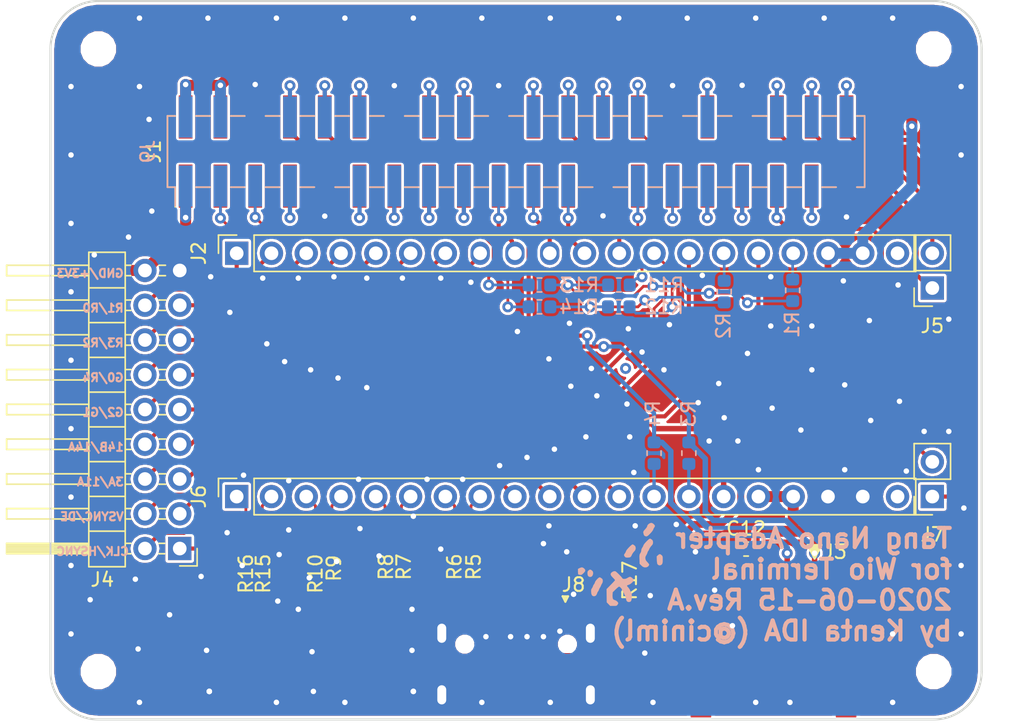
<source format=kicad_pcb>
(kicad_pcb (version 20171130) (host pcbnew "(5.0.0)")
  (layers (0 F.Cu signal) (31 B.Cu signal) (34 B.Paste user) (35 F.Paste user) (36 B.SilkS user) (37 F.SilkS user) (38 B.Mask user) (39 F.Mask user) (44 Edge.Cuts user))
  (net 0 "")
  (net 1 GND)
  (net 2 +5V)
  (net 3 /SDA)
  (net 4 /SCL)
  (net 5 +3V3)
  (net 6 /I2C1_SDA)
  (net 7 /I2C1_SCL)
  (net 8 /TXD)
  (net 9 /RXD)
  (net 10 /IOB7A)
  (net 11 /IOB10A)
  (net 12 /IOB10B)
  (net 13 /IOB11B)
  (net 14 /TDO)
  (net 15 /TMS)
  (net 16 /TDI)
  (net 17 /TCK)
  (net 18 "Net-(J8-Pad18)")
  (net 19 /HDMI_CK_N)
  (net 20 /HDMI_CK_P)
  (net 21 /HDMI_D0_N)
  (net 22 /HDMI_D0_P)
  (net 23 /HDMI_D1_N)
  (net 24 /HDMI_D1_P)
  (net 25 /HDMI_D2_N)
  (net 26 /HDMI_D2_P)
  (net 27 /IOB16A)
  (net 28 /IOB16B)
  (net 29 /CH552_TX0)
  (net 30 /CH552_RX0)
  (net 31 /B4)
  (net 32 /B3)
  (net 33 /B2)
  (net 34 /B1)
  (net 35 /B0)
  (net 36 /G5)
  (net 37 /G4)
  (net 38 /G3)
  (net 39 /R1)
  (net 40 /R0)
  (net 41 /IOV11A)
  (net 42 /IOB14B)
  (net 43 /IOB14A)
  (net 44 /G2)
  (net 45 /G1)
  (net 46 /G0)
  (net 47 /R4)
  (net 48 /R3)
  (net 49 /R2)
  (net 50 /LCD_CLK)
  (net 51 /LCD_HSYNC)
  (net 52 /LCD_VSYNC)
  (net 53 /LCD_DE)
  (net 54 /IOB3A)
  (net 55 /GCLK0)
  (net 56 /GPIO17)
  (net 57 /GPIO18)
  (net 58 /GPIO27)
  (net 59 /GPIO22)
  (net 60 /GPIO23)
  (net 61 /GPIO24)
  (net 62 /GPIO25)
  (net 63 /CE1)
  (net 64 /I2C0_SDA)
  (net 65 /I2C0_SCL)
  (net 66 /GCLK1)
  (net 67 /GCLK2)
  (net 68 /PWM0)
  (net 69 /PWM1)
  (net 70 /GPIO26)
  (module local:logo (layer B.Cu) (at 41.6 -11.35 180)
    (fp_text reference LOGO1 hide)
    (fp_text value Logo_Open_Hardware_Small hide)
  )
  (module local:PHS-4AW (layer F.Cu) (at 52.8 -7.75)
    (fp_text reference J3 (at 4.5 -4.5) (layer F.SilkS))
    (fp_text value GROVE)
    (pad 1 smd rect (at 3 -1.7) (size 1 3.4) (layers F.Cu F.Paste F.Mask) (net 8 /TXD))
    (pad 2 smd rect (at 1 -1.7) (size 1 3.4) (layers F.Cu F.Paste F.Mask) (net 9 /RXD))
    (pad 3 smd rect (at -1 -1.7) (size 1 3.4) (layers F.Cu F.Paste F.Mask) (net 5 +3V3))
    (pad 4 smd rect (at -3 -1.7) (size 1 3.4) (layers F.Cu F.Paste F.Mask) (net 1 GND))
    (pad "" smd rect (at -5.3 5.8) (size 1.5 3.6) (layers F.Cu F.Paste F.Mask))
    (pad "" smd rect (at 5.3 5.8) (size 1.5 3.6) (layers F.Cu F.Paste F.Mask))
  )
  (module Capacitor_SMD:C_0603_1608Metric (layer F.Cu) (at 50.8 -12.45 180)
    (fp_text reference C12 (at 0 1.5 180) (layer F.SilkS))
    (fp_text value 1u)
    (pad 2 smd roundrect (at 0.7875 0 180) (size 0.875 0.95) (layers F.Cu F.Paste F.Mask) (net 1 GND))
    (pad 1 smd roundrect (at -0.7875 0 180) (size 0.875 0.95) (layers F.Cu F.Paste F.Mask) (net 5 +3V3))
  )
  (module local:SOFNG-HDMI-519 (layer F.Cu) (at 34 -5.5)
    (fp_text reference J8 (at 4.2 -4.35) (layer F.SilkS))
    (fp_text value HDMI_A)
    (pad 19 smd rect (at -3.6 -2.1) (size 0.22 1.2) (layers F.Cu F.Paste F.Mask))
    (pad 18 smd rect (at -3.2 -2.1) (size 0.22 1.2) (layers F.Cu F.Paste F.Mask) (net 18 "Net-(J8-Pad18)"))
    (pad 17 smd rect (at -2.8 -2.1) (size 0.22 1.2) (layers F.Cu F.Paste F.Mask) (net 1 GND))
    (pad 16 smd rect (at -2.4 -2.1) (size 0.22 1.2) (layers F.Cu F.Paste F.Mask))
    (pad 15 smd rect (at -2 -2.1) (size 0.22 1.2) (layers F.Cu F.Paste F.Mask))
    (pad 14 smd rect (at -1.6 -2.1) (size 0.22 1.2) (layers F.Cu F.Paste F.Mask))
    (pad 13 smd rect (at -1.2 -2.1) (size 0.22 1.2) (layers F.Cu F.Paste F.Mask))
    (pad 12 smd rect (at -0.8 -2.1) (size 0.22 1.2) (layers F.Cu F.Paste F.Mask) (net 19 /HDMI_CK_N))
    (pad 11 smd rect (at -0.4 -2.1) (size 0.22 1.2) (layers F.Cu F.Paste F.Mask) (net 1 GND))
    (pad 10 smd rect (at 0 -2.1) (size 0.22 1.2) (layers F.Cu F.Paste F.Mask) (net 20 /HDMI_CK_P))
    (pad 9 smd rect (at 0.4 -2.1) (size 0.22 1.2) (layers F.Cu F.Paste F.Mask) (net 21 /HDMI_D0_N))
    (pad 8 smd rect (at 0.8 -2.1) (size 0.22 1.2) (layers F.Cu F.Paste F.Mask) (net 1 GND))
    (pad 7 smd rect (at 1.2 -2.1) (size 0.22 1.2) (layers F.Cu F.Paste F.Mask) (net 22 /HDMI_D0_P))
    (pad 6 smd rect (at 1.6 -2.1) (size 0.22 1.2) (layers F.Cu F.Paste F.Mask) (net 23 /HDMI_D1_N))
    (pad 5 smd rect (at 2 -2.1) (size 0.22 1.2) (layers F.Cu F.Paste F.Mask) (net 1 GND))
    (pad 4 smd rect (at 2.4 -2.1) (size 0.22 1.2) (layers F.Cu F.Paste F.Mask) (net 24 /HDMI_D1_P))
    (pad 3 smd rect (at 2.8 -2.1) (size 0.22 1.2) (layers F.Cu F.Paste F.Mask) (net 25 /HDMI_D2_N))
    (pad 2 smd rect (at 3.2 -2.1) (size 0.22 1.2) (layers F.Cu F.Paste F.Mask) (net 1 GND))
    (pad 1 smd rect (at 3.6 -2.1) (size 0.22 1.2) (layers F.Cu F.Paste F.Mask) (net 26 /HDMI_D2_P))
    (pad "" np_thru_hole circle (at 3.75 0) (size 1 1) (drill 1) (layers *.Cu *.Mask))
    (pad "" np_thru_hole circle (at -3.75 0) (size 1 1) (drill 1) (layers *.Cu *.Mask))
    (pad SH thru_hole oval (at -5.425 -0.8) (size 1.25 2) (drill oval 0.65 1.4) (layers *.Cu *.Mask) (net 1 GND))
    (pad SH thru_hole oval (at 5.425 -0.8) (size 1.25 2) (drill oval 0.65 1.4) (layers *.Cu *.Mask) (net 1 GND))
    (pad SH thru_hole oval (at -5.425 3.7) (size 1.25 2) (drill oval 0.65 1.4) (layers *.Cu *.Mask) (net 1 GND))
    (pad SH thru_hole oval (at 5.425 3.7) (size 1.25 2) (drill oval 0.65 1.4) (layers *.Cu *.Mask) (net 1 GND))
  )
  (module Resistor_SMD:R_0603_1608Metric (layer B.Cu) (at 54.2 -31.3625 270)
    (fp_text reference R1 (at 2.5125 0.038753 270) (layer B.SilkS) (effects (justify mirror)))
    (fp_text value DNP)
    (pad 2 smd roundrect (at 0.7875 0 270) (size 0.875 0.95) (layers B.Cu B.Paste B.Mask) (net 3 /SDA))
    (pad 1 smd roundrect (at -0.7875 0 270) (size 0.875 0.95) (layers B.Cu B.Paste B.Mask) (net 27 /IOB16A))
  )
  (module Resistor_SMD:R_0603_1608Metric (layer B.Cu) (at 49.2 -31.2625 270)
    (fp_text reference R2 (at 2.5 0.058753 270) (layer B.SilkS) (effects (justify mirror)))
    (fp_text value DNP)
    (pad 1 smd roundrect (at -0.7875 0 270) (size 0.875 0.95) (layers B.Cu B.Paste B.Mask) (net 28 /IOB16B))
    (pad 2 smd roundrect (at 0.7875 0 270) (size 0.875 0.95) (layers B.Cu B.Paste B.Mask) (net 4 /SCL))
  )
  (module Resistor_SMD:R_0603_1608Metric (layer B.Cu) (at 46.618753 -19.4625 90)
    (fp_text reference R3 (at 2.8875 -0.018753 90) (layer B.SilkS) (effects (justify mirror)))
    (fp_text value DNP)
    (pad 2 smd roundrect (at 0.7875 0 90) (size 0.875 0.95) (layers B.Cu B.Paste B.Mask) (net 8 /TXD))
    (pad 1 smd roundrect (at -0.7875 0 90) (size 0.875 0.95) (layers B.Cu B.Paste B.Mask) (net 29 /CH552_TX0))
  )
  (module Resistor_SMD:R_0603_1608Metric (layer B.Cu) (at 44.078753 -19.4625 90)
    (fp_text reference R4 (at 2.8875 -0.078753 90) (layer B.SilkS) (effects (justify mirror)))
    (fp_text value DNP)
    (pad 1 smd roundrect (at -0.7875 0 90) (size 0.875 0.95) (layers B.Cu B.Paste B.Mask) (net 30 /CH552_RX0))
    (pad 2 smd roundrect (at 0.7875 0 90) (size 0.875 0.95) (layers B.Cu B.Paste B.Mask) (net 9 /RXD))
  )
  (module Resistor_SMD:R_0402_1005Metric (layer F.Cu) (at 30.71 -13.45 90)
    (fp_text reference R5 (at -2.3 0.19 90) (layer F.SilkS))
    (fp_text value 240)
    (pad 1 smd roundrect (at -0.485 0 90) (size 0.59 0.64) (layers F.Cu F.Paste F.Mask) (net 26 /HDMI_D2_P))
    (pad 2 smd roundrect (at 0.485 0 90) (size 0.59 0.64) (layers F.Cu F.Paste F.Mask) (net 31 /B4))
  )
  (module Resistor_SMD:R_0402_1005Metric (layer F.Cu) (at 29.51 -13.45 90)
    (fp_text reference R6 (at -2.3 -0.01 90) (layer F.SilkS))
    (fp_text value 240)
    (pad 2 smd roundrect (at 0.485 0 90) (size 0.59 0.64) (layers F.Cu F.Paste F.Mask) (net 32 /B3))
    (pad 1 smd roundrect (at -0.485 0 90) (size 0.59 0.64) (layers F.Cu F.Paste F.Mask) (net 25 /HDMI_D2_N))
  )
  (module Resistor_SMD:R_0402_1005Metric (layer F.Cu) (at 25.63 -13.45 90)
    (fp_text reference R7 (at -2.3 0.17 90) (layer F.SilkS))
    (fp_text value 240)
    (pad 2 smd roundrect (at 0.485 0 90) (size 0.59 0.64) (layers F.Cu F.Paste F.Mask) (net 33 /B2))
    (pad 1 smd roundrect (at -0.485 0 90) (size 0.59 0.64) (layers F.Cu F.Paste F.Mask) (net 24 /HDMI_D1_P))
  )
  (module Resistor_SMD:R_0402_1005Metric (layer F.Cu) (at 24.43 -13.45 90)
    (fp_text reference R8 (at -2.3 0.07 90) (layer F.SilkS))
    (fp_text value 240)
    (pad 1 smd roundrect (at -0.485 0 90) (size 0.59 0.64) (layers F.Cu F.Paste F.Mask) (net 23 /HDMI_D1_N))
    (pad 2 smd roundrect (at 0.485 0 90) (size 0.59 0.64) (layers F.Cu F.Paste F.Mask) (net 34 /B1))
  )
  (module Resistor_SMD:R_0402_1005Metric (layer F.Cu) (at 20.55 -13.45 90)
    (fp_text reference R9 (at -2.4 0.15 90) (layer F.SilkS))
    (fp_text value 240)
    (pad 2 smd roundrect (at 0.485 0 90) (size 0.59 0.64) (layers F.Cu F.Paste F.Mask) (net 35 /B0))
    (pad 1 smd roundrect (at -0.485 0 90) (size 0.59 0.64) (layers F.Cu F.Paste F.Mask) (net 22 /HDMI_D0_P))
  )
  (module Resistor_SMD:R_0402_1005Metric (layer F.Cu) (at 19.35 -13.45 90)
    (fp_text reference R10 (at -2.8 0 90) (layer F.SilkS))
    (fp_text value 240)
    (pad 1 smd roundrect (at -0.485 0 90) (size 0.59 0.64) (layers F.Cu F.Paste F.Mask) (net 21 /HDMI_D0_N))
    (pad 2 smd roundrect (at 0.485 0 90) (size 0.59 0.64) (layers F.Cu F.Paste F.Mask) (net 36 /G5))
  )
  (module Resistor_SMD:R_0603_1608Metric (layer B.Cu) (at 41.5125 -31.75)
    (fp_text reference R11 (at 3.3 0) (layer B.SilkS) (effects (justify mirror)))
    (fp_text value 0)
    (pad 1 smd roundrect (at -0.7875 0) (size 0.875 0.95) (layers B.Cu B.Paste B.Mask) (net 3 /SDA))
    (pad 2 smd roundrect (at 0.7875 0) (size 0.875 0.95) (layers B.Cu B.Paste B.Mask) (net 64 /I2C0_SDA))
  )
  (module Resistor_SMD:R_0603_1608Metric (layer B.Cu) (at 41.5 -30.15)
    (fp_text reference R12 (at 3.3 0) (layer B.SilkS) (effects (justify mirror)))
    (fp_text value 0)
    (pad 2 smd roundrect (at 0.7875 0) (size 0.875 0.95) (layers B.Cu B.Paste B.Mask) (net 65 /I2C0_SCL))
    (pad 1 smd roundrect (at -0.7875 0) (size 0.875 0.95) (layers B.Cu B.Paste B.Mask) (net 4 /SCL))
  )
  (module Resistor_SMD:R_0603_1608Metric (layer B.Cu) (at 35.7125 -31.75 180)
    (fp_text reference R13 (at -2.9 0 180) (layer B.SilkS) (effects (justify mirror)))
    (fp_text value DNP)
    (pad 1 smd roundrect (at -0.7875 0 180) (size 0.875 0.95) (layers B.Cu B.Paste B.Mask) (net 3 /SDA))
    (pad 2 smd roundrect (at 0.7875 0 180) (size 0.875 0.95) (layers B.Cu B.Paste B.Mask) (net 6 /I2C1_SDA))
  )
  (module Resistor_SMD:R_0603_1608Metric (layer B.Cu) (at 35.7125 -30.15 180)
    (fp_text reference R14 (at -2.9 0 180) (layer B.SilkS) (effects (justify mirror)))
    (fp_text value DNP)
    (pad 2 smd roundrect (at 0.7875 0 180) (size 0.875 0.95) (layers B.Cu B.Paste B.Mask) (net 7 /I2C1_SCL))
    (pad 1 smd roundrect (at -0.7875 0 180) (size 0.875 0.95) (layers B.Cu B.Paste B.Mask) (net 4 /SCL))
  )
  (module Resistor_SMD:R_0402_1005Metric (layer F.Cu) (at 15.47 -13.45 90)
    (fp_text reference R15 (at -2.8 0.06 90) (layer F.SilkS))
    (fp_text value 240)
    (pad 2 smd roundrect (at 0.485 0 90) (size 0.59 0.64) (layers F.Cu F.Paste F.Mask) (net 37 /G4))
    (pad 1 smd roundrect (at -0.485 0 90) (size 0.59 0.64) (layers F.Cu F.Paste F.Mask) (net 20 /HDMI_CK_P))
  )
  (module Resistor_SMD:R_0402_1005Metric (layer F.Cu) (at 14.27 -13.45 90)
    (fp_text reference R16 (at -2.8 0 90) (layer F.SilkS))
    (fp_text value 240)
    (pad 1 smd roundrect (at -0.485 0 90) (size 0.59 0.64) (layers F.Cu F.Paste F.Mask) (net 19 /HDMI_CK_N))
    (pad 2 smd roundrect (at 0.485 0 90) (size 0.59 0.64) (layers F.Cu F.Paste F.Mask) (net 38 /G3))
  )
  (module Resistor_SMD:R_0402_1005Metric (layer F.Cu) (at 42.3 -7.65 270)
    (fp_text reference R17 (at -2.5 0 270) (layer F.SilkS))
    (fp_text value 10)
    (pad 1 smd roundrect (at -0.485 0 270) (size 0.59 0.64) (layers F.Cu F.Paste F.Mask) (net 2 +5V))
    (pad 2 smd roundrect (at 0.485 0 270) (size 0.59 0.64) (layers F.Cu F.Paste F.Mask) (net 18 "Net-(J8-Pad18)"))
  )
  (module MountingHole:MountingHole_2.2mm_M2_DIN965 (layer F.Cu) (at 3.5 -3.5)
    (fp_text reference MH1 hide)
    (fp_text value Corner)
    (pad 1 np_thru_hole circle (at 0 0) (size 2.2 2.2) (drill 2.2) (layers *.Cu *.Mask))
  )
  (module MountingHole:MountingHole_2.2mm_M2_DIN965 (layer F.Cu) (at 64.5 -3.5)
    (fp_text reference MH2 hide)
    (fp_text value Corner)
    (pad 1 np_thru_hole circle (at 0 0) (size 2.2 2.2) (drill 2.2) (layers *.Cu *.Mask))
  )
  (module MountingHole:MountingHole_2.2mm_M2_DIN965 (layer F.Cu) (at 64.5 -49)
    (fp_text reference MH3 hide)
    (fp_text value Corner)
    (pad 1 np_thru_hole circle (at 0 0) (size 2.2 2.2) (drill 2.2) (layers *.Cu *.Mask))
  )
  (module MountingHole:MountingHole_2.2mm_M2_DIN965 (layer F.Cu) (at 3.5 -49)
    (fp_text reference MH4 hide)
    (fp_text value Corner)
    (pad 1 np_thru_hole circle (at 0 0) (size 2.2 2.2) (drill 2.2) (layers *.Cu *.Mask))
  )
  (module Connector_PinHeader_2.54mm:PinHeader_2x20_P2.54mm_Vertical_SMD (layer F.Cu) (at 34 -41.5 90)
    (fp_text reference J1 (at 0 -26.46 90) (layer F.SilkS))
    (fp_text value Raspberry_Pi_2_3)
    (pad 1 smd rect (at -2.525 -24.13 90) (size 3.15 1) (layers F.Cu F.Paste F.Mask) (net 5 +3V3))
    (pad 2 smd rect (at 2.525 -24.13 90) (size 3.15 1) (layers F.Cu F.Paste F.Mask) (net 2 +5V))
    (pad 3 smd rect (at -2.525 -21.59 90) (size 3.15 1) (layers F.Cu F.Paste F.Mask) (net 6 /I2C1_SDA))
    (pad 4 smd rect (at 2.525 -21.59 90) (size 3.15 1) (layers F.Cu F.Paste F.Mask) (net 2 +5V))
    (pad 5 smd rect (at -2.525 -19.05 90) (size 3.15 1) (layers F.Cu F.Paste F.Mask) (net 7 /I2C1_SCL))
    (pad 6 smd rect (at 2.525 -19.05 90) (size 3.15 1) (layers F.Cu F.Paste F.Mask) (net 1 GND))
    (pad 7 smd rect (at -2.525 -16.51 90) (size 3.15 1) (layers F.Cu F.Paste F.Mask) (net 55 /GCLK0))
    (pad 8 smd rect (at 2.525 -16.51 90) (size 3.15 1) (layers F.Cu F.Paste F.Mask) (net 8 /TXD))
    (pad 9 smd rect (at -2.525 -13.97 90) (size 3.15 1) (layers F.Cu F.Paste F.Mask) (net 1 GND))
    (pad 10 smd rect (at 2.525 -13.97 90) (size 3.15 1) (layers F.Cu F.Paste F.Mask) (net 9 /RXD))
    (pad 11 smd rect (at -2.525 -11.43 90) (size 3.15 1) (layers F.Cu F.Paste F.Mask) (net 56 /GPIO17))
    (pad 12 smd rect (at 2.525 -11.43 90) (size 3.15 1) (layers F.Cu F.Paste F.Mask) (net 57 /GPIO18))
    (pad 13 smd rect (at -2.525 -8.89 90) (size 3.15 1) (layers F.Cu F.Paste F.Mask) (net 58 /GPIO27))
    (pad 14 smd rect (at 2.525 -8.89 90) (size 3.15 1) (layers F.Cu F.Paste F.Mask) (net 1 GND))
    (pad 15 smd rect (at -2.525 -6.35 90) (size 3.15 1) (layers F.Cu F.Paste F.Mask) (net 59 /GPIO22))
    (pad 16 smd rect (at 2.525 -6.35 90) (size 3.15 1) (layers F.Cu F.Paste F.Mask) (net 60 /GPIO23))
    (pad 17 smd rect (at -2.525 -3.81 90) (size 3.15 1) (layers F.Cu F.Paste F.Mask) (net 5 +3V3))
    (pad 18 smd rect (at 2.525 -3.81 90) (size 3.15 1) (layers F.Cu F.Paste F.Mask) (net 61 /GPIO24))
    (pad 19 smd rect (at -2.525 -1.27 90) (size 3.15 1) (layers F.Cu F.Paste F.Mask) (net 10 /IOB7A))
    (pad 20 smd rect (at 2.525 -1.27 90) (size 3.15 1) (layers F.Cu F.Paste F.Mask) (net 1 GND))
    (pad 21 smd rect (at -2.525 1.27 90) (size 3.15 1) (layers F.Cu F.Paste F.Mask) (net 11 /IOB10A))
    (pad 22 smd rect (at 2.525 1.27 90) (size 3.15 1) (layers F.Cu F.Paste F.Mask) (net 62 /GPIO25))
    (pad 23 smd rect (at -2.525 3.81 90) (size 3.15 1) (layers F.Cu F.Paste F.Mask) (net 12 /IOB10B))
    (pad 24 smd rect (at 2.525 3.81 90) (size 3.15 1) (layers F.Cu F.Paste F.Mask) (net 13 /IOB11B))
    (pad 25 smd rect (at -2.525 6.35 90) (size 3.15 1) (layers F.Cu F.Paste F.Mask) (net 1 GND))
    (pad 26 smd rect (at 2.525 6.35 90) (size 3.15 1) (layers F.Cu F.Paste F.Mask) (net 63 /CE1))
    (pad 27 smd rect (at -2.525 8.89 90) (size 3.15 1) (layers F.Cu F.Paste F.Mask) (net 64 /I2C0_SDA))
    (pad 28 smd rect (at 2.525 8.89 90) (size 3.15 1) (layers F.Cu F.Paste F.Mask) (net 65 /I2C0_SCL))
    (pad 29 smd rect (at -2.525 11.43 90) (size 3.15 1) (layers F.Cu F.Paste F.Mask) (net 66 /GCLK1))
    (pad 30 smd rect (at 2.525 11.43 90) (size 3.15 1) (layers F.Cu F.Paste F.Mask) (net 1 GND))
    (pad 31 smd rect (at -2.525 13.97 90) (size 3.15 1) (layers F.Cu F.Paste F.Mask) (net 67 /GCLK2))
    (pad 32 smd rect (at 2.525 13.97 90) (size 3.15 1) (layers F.Cu F.Paste F.Mask) (net 68 /PWM0))
    (pad 33 smd rect (at -2.525 16.51 90) (size 3.15 1) (layers F.Cu F.Paste F.Mask) (net 69 /PWM1))
    (pad 34 smd rect (at 2.525 16.51 90) (size 3.15 1) (layers F.Cu F.Paste F.Mask) (net 1 GND))
    (pad 35 smd rect (at -2.525 19.05 90) (size 3.15 1) (layers F.Cu F.Paste F.Mask) (net 14 /TDO))
    (pad 36 smd rect (at 2.525 19.05 90) (size 3.15 1) (layers F.Cu F.Paste F.Mask) (net 15 /TMS))
    (pad 37 smd rect (at -2.525 21.59 90) (size 3.15 1) (layers F.Cu F.Paste F.Mask) (net 70 /GPIO26))
    (pad 38 smd rect (at 2.525 21.59 90) (size 3.15 1) (layers F.Cu F.Paste F.Mask) (net 16 /TDI))
    (pad 39 smd rect (at -2.525 24.13 90) (size 3.15 1) (layers F.Cu F.Paste F.Mask) (net 1 GND))
    (pad 40 smd rect (at 2.525 24.13 90) (size 3.15 1) (layers F.Cu F.Paste F.Mask) (net 17 /TCK))
  )
  (module Connector_PinSocket_2.54mm:PinSocket_2x20_P2.54mm_Vertical_SMD (layer B.Cu) (at 34 -41.5 270)
    (fp_text reference J9 (at 0 26.9 270) (layer B.SilkS) (effects (justify mirror)))
    (fp_text value Raspberry_Pi_2_3)
    (pad 1 smd rect (at 2.52 24.13 270) (size 3 1) (layers B.Cu B.Paste B.Mask) (net 5 +3V3))
    (pad 2 smd rect (at -2.52 24.13 270) (size 3 1) (layers B.Cu B.Paste B.Mask) (net 2 +5V))
    (pad 3 smd rect (at 2.52 21.59 270) (size 3 1) (layers B.Cu B.Paste B.Mask) (net 6 /I2C1_SDA))
    (pad 4 smd rect (at -2.52 21.59 270) (size 3 1) (layers B.Cu B.Paste B.Mask) (net 2 +5V))
    (pad 5 smd rect (at 2.52 19.05 270) (size 3 1) (layers B.Cu B.Paste B.Mask) (net 7 /I2C1_SCL))
    (pad 6 smd rect (at -2.52 19.05 270) (size 3 1) (layers B.Cu B.Paste B.Mask) (net 1 GND))
    (pad 7 smd rect (at 2.52 16.51 270) (size 3 1) (layers B.Cu B.Paste B.Mask) (net 55 /GCLK0))
    (pad 8 smd rect (at -2.52 16.51 270) (size 3 1) (layers B.Cu B.Paste B.Mask) (net 8 /TXD))
    (pad 9 smd rect (at 2.52 13.97 270) (size 3 1) (layers B.Cu B.Paste B.Mask) (net 1 GND))
    (pad 10 smd rect (at -2.52 13.97 270) (size 3 1) (layers B.Cu B.Paste B.Mask) (net 9 /RXD))
    (pad 11 smd rect (at 2.52 11.43 270) (size 3 1) (layers B.Cu B.Paste B.Mask) (net 56 /GPIO17))
    (pad 12 smd rect (at -2.52 11.43 270) (size 3 1) (layers B.Cu B.Paste B.Mask) (net 57 /GPIO18))
    (pad 13 smd rect (at 2.52 8.89 270) (size 3 1) (layers B.Cu B.Paste B.Mask) (net 58 /GPIO27))
    (pad 14 smd rect (at -2.52 8.89 270) (size 3 1) (layers B.Cu B.Paste B.Mask) (net 1 GND))
    (pad 15 smd rect (at 2.52 6.35 270) (size 3 1) (layers B.Cu B.Paste B.Mask) (net 59 /GPIO22))
    (pad 16 smd rect (at -2.52 6.35 270) (size 3 1) (layers B.Cu B.Paste B.Mask) (net 60 /GPIO23))
    (pad 17 smd rect (at 2.52 3.81 270) (size 3 1) (layers B.Cu B.Paste B.Mask) (net 5 +3V3))
    (pad 18 smd rect (at -2.52 3.81 270) (size 3 1) (layers B.Cu B.Paste B.Mask) (net 61 /GPIO24))
    (pad 19 smd rect (at 2.52 1.27 270) (size 3 1) (layers B.Cu B.Paste B.Mask) (net 10 /IOB7A))
    (pad 20 smd rect (at -2.52 1.27 270) (size 3 1) (layers B.Cu B.Paste B.Mask) (net 1 GND))
    (pad 21 smd rect (at 2.52 -1.27 270) (size 3 1) (layers B.Cu B.Paste B.Mask) (net 11 /IOB10A))
    (pad 22 smd rect (at -2.52 -1.27 270) (size 3 1) (layers B.Cu B.Paste B.Mask) (net 62 /GPIO25))
    (pad 23 smd rect (at 2.52 -3.81 270) (size 3 1) (layers B.Cu B.Paste B.Mask) (net 12 /IOB10B))
    (pad 24 smd rect (at -2.52 -3.81 270) (size 3 1) (layers B.Cu B.Paste B.Mask) (net 13 /IOB11B))
    (pad 25 smd rect (at 2.52 -6.35 270) (size 3 1) (layers B.Cu B.Paste B.Mask) (net 1 GND))
    (pad 26 smd rect (at -2.52 -6.35 270) (size 3 1) (layers B.Cu B.Paste B.Mask) (net 63 /CE1))
    (pad 27 smd rect (at 2.52 -8.89 270) (size 3 1) (layers B.Cu B.Paste B.Mask) (net 64 /I2C0_SDA))
    (pad 28 smd rect (at -2.52 -8.89 270) (size 3 1) (layers B.Cu B.Paste B.Mask) (net 65 /I2C0_SCL))
    (pad 29 smd rect (at 2.52 -11.43 270) (size 3 1) (layers B.Cu B.Paste B.Mask) (net 66 /GCLK1))
    (pad 30 smd rect (at -2.52 -11.43 270) (size 3 1) (layers B.Cu B.Paste B.Mask) (net 1 GND))
    (pad 31 smd rect (at 2.52 -13.97 270) (size 3 1) (layers B.Cu B.Paste B.Mask) (net 67 /GCLK2))
    (pad 32 smd rect (at -2.52 -13.97 270) (size 3 1) (layers B.Cu B.Paste B.Mask) (net 68 /PWM0))
    (pad 33 smd rect (at 2.52 -16.51 270) (size 3 1) (layers B.Cu B.Paste B.Mask) (net 69 /PWM1))
    (pad 34 smd rect (at -2.52 -16.51 270) (size 3 1) (layers B.Cu B.Paste B.Mask) (net 1 GND))
    (pad 35 smd rect (at 2.52 -19.05 270) (size 3 1) (layers B.Cu B.Paste B.Mask) (net 14 /TDO))
    (pad 36 smd rect (at -2.52 -19.05 270) (size 3 1) (layers B.Cu B.Paste B.Mask) (net 15 /TMS))
    (pad 37 smd rect (at 2.52 -21.59 270) (size 3 1) (layers B.Cu B.Paste B.Mask) (net 70 /GPIO26))
    (pad 38 smd rect (at -2.52 -21.59 270) (size 3 1) (layers B.Cu B.Paste B.Mask) (net 16 /TDI))
    (pad 39 smd rect (at 2.52 -24.13 270) (size 3 1) (layers B.Cu B.Paste B.Mask) (net 1 GND))
    (pad 40 smd rect (at -2.52 -24.13 270) (size 3 1) (layers B.Cu B.Paste B.Mask) (net 17 /TCK))
  )
  (module Connector_PinSocket_2.54mm:PinSocket_1x20_P2.54mm_Vertical (layer F.Cu) (at 13.598753 -34.067358 90)
    (fp_text reference J2 (at 0 -2.77 90) (layer F.SilkS))
    (fp_text value TangNano_Left)
    (pad 20 thru_hole oval (at 0 48.26 90) (size 1.7 1.7) (drill 1) (layers *.Cu *.Mask))
    (pad 19 thru_hole oval (at 0 45.72 90) (size 1.7 1.7) (drill 1) (layers *.Cu *.Mask) (net 2 +5V))
    (pad 18 thru_hole oval (at 0 43.18 90) (size 1.7 1.7) (drill 1) (layers *.Cu *.Mask) (net 2 +5V))
    (pad 17 thru_hole oval (at 0 40.64 90) (size 1.7 1.7) (drill 1) (layers *.Cu *.Mask) (net 27 /IOB16A))
    (pad 16 thru_hole oval (at 0 38.1 90) (size 1.7 1.7) (drill 1) (layers *.Cu *.Mask) (net 41 /IOV11A))
    (pad 15 thru_hole oval (at 0 35.56 90) (size 1.7 1.7) (drill 1) (layers *.Cu *.Mask) (net 28 /IOB16B))
    (pad 14 thru_hole oval (at 0 33.02 90) (size 1.7 1.7) (drill 1) (layers *.Cu *.Mask) (net 42 /IOB14B))
    (pad 13 thru_hole oval (at 0 30.48 90) (size 1.7 1.7) (drill 1) (layers *.Cu *.Mask) (net 43 /IOB14A))
    (pad 12 thru_hole oval (at 0 27.94 90) (size 1.7 1.7) (drill 1) (layers *.Cu *.Mask) (net 13 /IOB11B))
    (pad 11 thru_hole oval (at 0 25.4 90) (size 1.7 1.7) (drill 1) (layers *.Cu *.Mask) (net 12 /IOB10B))
    (pad 10 thru_hole oval (at 0 22.86 90) (size 1.7 1.4) (drill 1) (layers *.Cu *.Mask) (net 11 /IOB10A))
    (pad 9 thru_hole oval (at 0 20.32 90) (size 1.7 1.4) (drill 1) (layers *.Cu *.Mask) (net 10 /IOB7A))
    (pad 8 thru_hole oval (at 0 17.78 90) (size 1.7 1.4) (drill 1) (layers *.Cu *.Mask) (net 44 /G2))
    (pad 7 thru_hole oval (at 0 15.24 90) (size 1.7 1.7) (drill 1) (layers *.Cu *.Mask) (net 45 /G1))
    (pad 6 thru_hole oval (at 0 12.7 90) (size 1.7 1.7) (drill 1) (layers *.Cu *.Mask) (net 46 /G0))
    (pad 5 thru_hole oval (at 0 10.16 90) (size 1.7 1.7) (drill 1) (layers *.Cu *.Mask) (net 47 /R4))
    (pad 4 thru_hole oval (at 0 7.62 90) (size 1.7 1.7) (drill 1) (layers *.Cu *.Mask) (net 48 /R3))
    (pad 3 thru_hole oval (at 0 5.08 90) (size 1.7 1.7) (drill 1) (layers *.Cu *.Mask) (net 49 /R2))
    (pad 2 thru_hole oval (at 0 2.54 90) (size 1.7 1.7) (drill 1) (layers *.Cu *.Mask) (net 39 /R1))
    (pad 1 thru_hole rect (at 0 0 90) (size 1.7 1.7) (drill 1) (layers *.Cu *.Mask) (net 40 /R0))
  )
  (module Connector_PinSocket_2.54mm:PinSocket_1x20_P2.54mm_Vertical (layer F.Cu) (at 13.598753 -16.287358 90)
    (fp_text reference J6 (at 0 -2.77 90) (layer F.SilkS))
    (fp_text value TangNano_Right)
    (pad 1 thru_hole rect (at 0 0 90) (size 1.7 1.7) (drill 1) (layers *.Cu *.Mask) (net 38 /G3))
    (pad 2 thru_hole oval (at 0 2.54 90) (size 1.7 1.7) (drill 1) (layers *.Cu *.Mask) (net 37 /G4))
    (pad 3 thru_hole oval (at 0 5.08 90) (size 1.7 1.7) (drill 1) (layers *.Cu *.Mask) (net 36 /G5))
    (pad 4 thru_hole oval (at 0 7.62 90) (size 1.7 1.7) (drill 1) (layers *.Cu *.Mask) (net 35 /B0))
    (pad 5 thru_hole oval (at 0 10.16 90) (size 1.7 1.7) (drill 1) (layers *.Cu *.Mask) (net 34 /B1))
    (pad 6 thru_hole oval (at 0 12.7 90) (size 1.7 1.7) (drill 1) (layers *.Cu *.Mask) (net 33 /B2))
    (pad 7 thru_hole oval (at 0 15.24 90) (size 1.7 1.7) (drill 1) (layers *.Cu *.Mask) (net 32 /B3))
    (pad 8 thru_hole oval (at 0 17.78 90) (size 1.7 1.7) (drill 1) (layers *.Cu *.Mask) (net 31 /B4))
    (pad 9 thru_hole oval (at 0 20.32 90) (size 1.7 1.7) (drill 1) (layers *.Cu *.Mask) (net 50 /LCD_CLK))
    (pad 10 thru_hole oval (at 0 22.86 90) (size 1.7 1.7) (drill 1) (layers *.Cu *.Mask) (net 51 /LCD_HSYNC))
    (pad 11 thru_hole oval (at 0 25.4 90) (size 1.7 1.7) (drill 1) (layers *.Cu *.Mask) (net 52 /LCD_VSYNC))
    (pad 12 thru_hole oval (at 0 27.94 90) (size 1.7 1.7) (drill 1) (layers *.Cu *.Mask) (net 53 /LCD_DE))
    (pad 13 thru_hole oval (at 0 30.48 90) (size 1.7 1.7) (drill 1) (layers *.Cu *.Mask) (net 30 /CH552_RX0))
    (pad 14 thru_hole oval (at 0 33.02 90) (size 1.7 1.7) (drill 1) (layers *.Cu *.Mask) (net 29 /CH552_TX0))
    (pad 15 thru_hole oval (at 0 35.56 90) (size 1.7 1.7) (drill 1) (layers *.Cu *.Mask) (net 54 /IOB3A))
    (pad 16 thru_hole oval (at 0 38.1 90) (size 1.7 1.7) (drill 1) (layers *.Cu *.Mask) (net 5 +3V3))
    (pad 17 thru_hole oval (at 0 40.64 90) (size 1.7 1.7) (drill 1) (layers *.Cu *.Mask) (net 5 +3V3))
    (pad 18 thru_hole oval (at 0 43.18 90) (size 1.7 1.7) (drill 1) (layers *.Cu *.Mask) (net 1 GND))
    (pad 19 thru_hole oval (at 0 45.72 90) (size 1.7 1.7) (drill 1) (layers *.Cu *.Mask) (net 1 GND))
    (pad 20 thru_hole oval (at 0 48.26 90) (size 1.7 1.7) (drill 1) (layers *.Cu *.Mask))
  )
  (module Connector_PinHeader_2.54mm:PinHeader_2x09_P2.54mm_Horizontal (layer F.Cu) (at 9.44 -12.49 180)
    (fp_text reference J4 (at 5.655 -2.27 180) (layer F.SilkS))
    (fp_text value Conn_01x18)
    (pad 1 thru_hole rect (at 0 0 180) (size 1.7 1.7) (drill 1) (layers *.Cu *.Mask) (net 50 /LCD_CLK))
    (pad 2 thru_hole oval (at 2.54 0 180) (size 1.7 1.7) (drill 1) (layers *.Cu *.Mask) (net 51 /LCD_HSYNC))
    (pad 3 thru_hole oval (at 0 2.54 180) (size 1.7 1.7) (drill 1) (layers *.Cu *.Mask) (net 52 /LCD_VSYNC))
    (pad 4 thru_hole oval (at 2.54 2.54 180) (size 1.7 1.7) (drill 1) (layers *.Cu *.Mask) (net 53 /LCD_DE))
    (pad 5 thru_hole oval (at 0 5.08 180) (size 1.7 1.7) (drill 1) (layers *.Cu *.Mask) (net 54 /IOB3A))
    (pad 6 thru_hole oval (at 2.54 5.08 180) (size 1.7 1.7) (drill 1) (layers *.Cu *.Mask) (net 41 /IOV11A))
    (pad 7 thru_hole oval (at 0 7.62 180) (size 1.7 1.7) (drill 1) (layers *.Cu *.Mask) (net 42 /IOB14B))
    (pad 8 thru_hole oval (at 2.54 7.62 180) (size 1.7 1.7) (drill 1) (layers *.Cu *.Mask) (net 43 /IOB14A))
    (pad 9 thru_hole oval (at 0 10.16 180) (size 1.7 1.7) (drill 1) (layers *.Cu *.Mask) (net 44 /G2))
    (pad 10 thru_hole oval (at 2.54 10.16 180) (size 1.7 1.7) (drill 1) (layers *.Cu *.Mask) (net 45 /G1))
    (pad 11 thru_hole oval (at 0 12.7 180) (size 1.7 1.7) (drill 1) (layers *.Cu *.Mask) (net 46 /G0))
    (pad 12 thru_hole oval (at 2.54 12.7 180) (size 1.7 1.7) (drill 1) (layers *.Cu *.Mask) (net 47 /R4))
    (pad 13 thru_hole oval (at 0 15.24 180) (size 1.7 1.7) (drill 1) (layers *.Cu *.Mask) (net 48 /R3))
    (pad 14 thru_hole oval (at 2.54 15.24 180) (size 1.7 1.7) (drill 1) (layers *.Cu *.Mask) (net 49 /R2))
    (pad 15 thru_hole oval (at 0 17.78 180) (size 1.7 1.7) (drill 1) (layers *.Cu *.Mask) (net 39 /R1))
    (pad 16 thru_hole oval (at 2.54 17.78 180) (size 1.7 1.7) (drill 1) (layers *.Cu *.Mask) (net 40 /R0))
    (pad 17 thru_hole oval (at 0 20.32 180) (size 1.7 1.7) (drill 1) (layers *.Cu *.Mask) (net 1 GND))
    (pad 18 thru_hole oval (at 2.54 20.32 180) (size 1.7 1.7) (drill 1) (layers *.Cu *.Mask) (net 5 +3V3))
  )
  (module Connector_PinSocket_2.54mm:PinSocket_1x02_P2.54mm_Vertical (layer F.Cu) (at 64.398753 -31.527358 180)
    (fp_text reference J5 (at 0 -2.77 180) (layer F.SilkS))
    (fp_text value TangNano_JTAG_L)
    (pad 2 thru_hole oval (at 0 2.54 180) (size 1.7 1.7) (drill 1) (layers *.Cu *.Mask) (net 16 /TDI))
    (pad 1 thru_hole rect (at 0 0 180) (size 1.7 1.7) (drill 1) (layers *.Cu *.Mask) (net 15 /TMS))
  )
  (module Connector_PinSocket_2.54mm:PinSocket_1x02_P2.54mm_Vertical (layer F.Cu) (at 64.398753 -16.287358 180)
    (fp_text reference J7 (at 0 -2.77 180) (layer F.SilkS))
    (fp_text value TangNano_JTAG_R)
    (pad 1 thru_hole rect (at 0 0 180) (size 1.7 1.7) (drill 1) (layers *.Cu *.Mask) (net 17 /TCK))
    (pad 2 thru_hole oval (at 0 2.54 180) (size 1.7 1.7) (drill 1) (layers *.Cu *.Mask) (net 14 /TDO))
  )
  (gr_text CLK/HSYNC (at 5.806 -12.28) (layer B.SilkS) (effects (font (size 0.6 0.6)) (justify left mirror)))
  (gr_text VSYNC/DE (at 5.425 -14.82) (layer B.SilkS) (effects (font (size 0.6 0.6)) (justify left mirror)))
  (gr_text 3A/11A (at 5.425 -17.36) (layer B.SilkS) (effects (font (size 0.6 0.6)) (justify left mirror)))
  (gr_text 14B/14A (at 5.425 -19.9) (layer B.SilkS) (effects (font (size 0.6 0.6)) (justify left mirror)))
  (gr_text G2/G1 (at 5.425 -22.44) (layer B.SilkS) (effects (font (size 0.6 0.6)) (justify left mirror)))
  (gr_text G0/R4 (at 5.425 -24.98) (layer B.SilkS) (effects (font (size 0.6 0.6)) (justify left mirror)))
  (gr_text R3/R2 (at 5.425 -27.52) (layer B.SilkS) (effects (font (size 0.6 0.6)) (justify left mirror)))
  (gr_text R1/R0 (at 5.425 -30.06) (layer B.SilkS) (effects (font (size 0.6 0.6)) (justify left mirror)))
  (gr_text GND/+3V3 (at 5.425 -32.6) (layer B.SilkS) (effects (font (size 0.6 0.6)) (justify left mirror)))
  (gr_text "Tang Nano Adapter\nfor Wio Terminal\n2020-06-15 Rev.A \nby Kenta IDA (@ciniml)" (at 66 -9.85) (layer B.SilkS) (effects (font (size 1.4 1.4) (thickness 0.3)) (justify left mirror)))
  (gr_line (start 3.5 -52.5) (end 64.5 -52.5) (layer Edge.Cuts) (width 0.15))
  (gr_arc (start 64.5 -49) (end 64.5 -52.5) (angle 90) (layer Edge.Cuts) (width 0.15))
  (gr_line (start 68 -3.5) (end 68 -49) (layer Edge.Cuts) (width 0.15))
  (gr_arc (start 3.5 -49) (end 0 -49) (angle 90) (layer Edge.Cuts) (width 0.15))
  (gr_arc (start 64.5 -3.5) (end 64.5 0) (angle -90) (layer Edge.Cuts) (width 0.15))
  (gr_arc (start 3.5 -3.5) (end 0 -3.5) (angle -90) (layer Edge.Cuts) (width 0.15))
  (gr_line (start 0 -3.5) (end 0 -49) (layer Edge.Cuts) (width 0.15))
  (gr_line (start 3.5 0) (end 64.5 0) (layer Edge.Cuts) (width 0.15))
  (via (at 42 -25.65) (size 0.8) (drill 0.4) (layers F.Cu B.Cu) (net 0))
  (segment (start 14.95 -44.025) (end 14.95 -46.4) (width 0.8) (layer F.Cu) (net 1))
  (via (at 14.95 -46.4) (size 0.8) (drill 0.4) (layers F.Cu B.Cu) (net 1))
  (segment (start 14.95 -44.02) (end 14.95 -46.4) (width 0.8) (layer B.Cu) (net 1))
  (segment (start 20.03 -38.975) (end 20.03 -36.78) (width 0.8) (layer F.Cu) (net 1))
  (via (at 20.03 -36.78) (size 0.8) (drill 0.4) (layers F.Cu B.Cu) (net 1))
  (segment (start 20.03 -36.78) (end 20.03 -38.98) (width 0.8) (layer B.Cu) (net 1))
  (segment (start 40.35 -38.98) (end 40.35 -36.8) (width 0.8) (layer B.Cu) (net 1))
  (via (at 40.35 -36.8) (size 0.8) (drill 0.4) (layers F.Cu B.Cu) (net 1))
  (segment (start 40.35 -36.8) (end 40.35 -38.975) (width 0.8) (layer F.Cu) (net 1))
  (segment (start 58.13 -38.975) (end 58.13 -36.72) (width 0.8) (layer F.Cu) (net 1))
  (via (at 58.13 -36.72) (size 0.8) (drill 0.4) (layers F.Cu B.Cu) (net 1))
  (segment (start 58.13 -36.72) (end 58.13 -38.98) (width 0.8) (layer B.Cu) (net 1))
  (segment (start 50.51 -44.02) (end 50.51 -46.34) (width 0.8) (layer B.Cu) (net 1))
  (via (at 50.51 -46.34) (size 0.8) (drill 0.4) (layers F.Cu B.Cu) (net 1))
  (segment (start 50.51 -44.025) (end 50.51 -46.34) (width 0.8) (layer F.Cu) (net 1))
  (segment (start 45.43 -44.025) (end 45.43 -46.32) (width 0.8) (layer F.Cu) (net 1))
  (via (at 45.43 -46.32) (size 0.8) (drill 0.4) (layers F.Cu B.Cu) (net 1))
  (segment (start 45.43 -44.02) (end 45.43 -46.32) (width 0.8) (layer B.Cu) (net 1))
  (via (at 32.73 -46.316) (size 0.8) (drill 0.4) (layers F.Cu B.Cu) (net 1))
  (segment (start 32.73 -44.025) (end 32.73 -46.316) (width 0.3) (layer F.Cu) (net 1))
  (segment (start 32.73 -46.316) (end 32.73 -44.02) (width 0.3) (layer B.Cu) (net 1))
  (via (at 25.11 -46.316) (size 0.8) (drill 0.4) (layers F.Cu B.Cu) (net 1))
  (segment (start 25.11 -44.02) (end 25.11 -46.316) (width 0.3) (layer B.Cu) (net 1))
  (segment (start 25.11 -46.316) (end 25.11 -44.025) (width 0.3) (layer F.Cu) (net 1))
  (segment (start 31.2 -8.65) (end 31.2 -8.55) (width 0.25) (layer F.Cu) (net 1))
  (segment (start 31.2 -7.6) (end 31.2 -8.55) (width 0.25) (layer F.Cu) (net 1))
  (via (at 31.8 -6.05) (size 0.8) (drill 0.4) (layers F.Cu B.Cu) (net 1))
  (segment (start 31.2 -7.6) (end 31.2 -6.65) (width 0.2) (layer F.Cu) (net 1))
  (segment (start 31.2 -6.65) (end 31.8 -6.05) (width 0.2) (layer F.Cu) (net 1))
  (via (at 33.6 -6.05) (size 0.8) (drill 0.4) (layers F.Cu B.Cu) (net 1))
  (segment (start 33.6 -7.6) (end 33.6 -6.05) (width 0.2) (layer F.Cu) (net 1))
  (via (at 34.8 -6.05) (size 0.8) (drill 0.4) (layers F.Cu B.Cu) (net 1))
  (segment (start 34.8 -7.6) (end 34.8 -6.05) (width 0.2) (layer F.Cu) (net 1))
  (via (at 36 -6.05) (size 0.8) (drill 0.4) (layers F.Cu B.Cu) (net 1))
  (segment (start 36 -7.6) (end 36 -6.05) (width 0.2) (layer F.Cu) (net 1))
  (via (at 37.2 -6.45) (size 0.8) (drill 0.4) (layers F.Cu B.Cu) (net 1))
  (segment (start 37.2 -7.6) (end 37.2 -6.45) (width 0.2) (layer F.Cu) (net 1))
  (segment (start 49.8 -12.2375) (end 50.0125 -12.45) (width 0.4) (layer F.Cu) (net 1))
  (segment (start 49.8 -9.45) (end 49.8 -12.2375) (width 0.4) (layer F.Cu) (net 1))
  (via (at 49.8 -6.85) (size 0.8) (drill 0.4) (layers F.Cu B.Cu) (net 1))
  (segment (start 49.8 -9.45) (end 49.8 -6.85) (width 0.6) (layer F.Cu) (net 1))
  (via (at 48.5 -9.45) (size 0.8) (drill 0.4) (layers F.Cu B.Cu) (net 1))
  (segment (start 49.8 -9.45) (end 48.5 -9.45) (width 0.6) (layer F.Cu) (net 1))
  (via (at 21 -24.95) (size 0.8) (drill 0.4) (layers F.Cu B.Cu) (net 1))
  (via (at 28.5 -32.25) (size 0.8) (drill 0.4) (layers F.Cu B.Cu) (net 1))
  (via (at 25.7 -32.25) (size 0.8) (drill 0.4) (layers F.Cu B.Cu) (net 1))
  (via (at 19 -25.55) (size 0.8) (drill 0.4) (layers F.Cu B.Cu) (net 1))
  (via (at 17.1 -26.15) (size 0.8) (drill 0.4) (layers F.Cu B.Cu) (net 1))
  (via (at 15.8 -27.45) (size 0.8) (drill 0.4) (layers F.Cu B.Cu) (net 1))
  (via (at 20.7 -32.35) (size 0.8) (drill 0.4) (layers F.Cu B.Cu) (net 1))
  (via (at 23.1 -32.25) (size 0.8) (drill 0.4) (layers F.Cu B.Cu) (net 1))
  (via (at 18.1 -32.25) (size 0.8) (drill 0.4) (layers F.Cu B.Cu) (net 1))
  (via (at 15.5 -32.25) (size 0.8) (drill 0.4) (layers F.Cu B.Cu) (net 1))
  (via (at 13.1 -29.75) (size 0.8) (drill 0.4) (layers F.Cu B.Cu) (net 1))
  (via (at 11.7 -32.35) (size 0.8) (drill 0.4) (layers F.Cu B.Cu) (net 1))
  (via (at 30.7 -31.95) (size 0.8) (drill 0.4) (layers F.Cu B.Cu) (net 1))
  (via (at 23.1 -24.25) (size 0.8) (drill 0.4) (layers F.Cu B.Cu) (net 1))
  (via (at 38 -24.35) (size 0.8) (drill 0.4) (layers F.Cu B.Cu) (net 1))
  (via (at 42.2 -28.55) (size 0.8) (drill 0.4) (layers F.Cu B.Cu) (net 1))
  (via (at 37.9 -28.95) (size 0.8) (drill 0.4) (layers F.Cu B.Cu) (net 1))
  (via (at 34.1 -28.35) (size 0.8) (drill 0.4) (layers F.Cu B.Cu) (net 1))
  (via (at 36.4 -26.35) (size 0.8) (drill 0.4) (layers F.Cu B.Cu) (net 1))
  (via (at 39.5 -25.65) (size 0.8) (drill 0.4) (layers F.Cu B.Cu) (net 1))
  (via (at 45.2 -28.85) (size 0.8) (drill 0.4) (layers F.Cu B.Cu) (net 1))
  (via (at 39.9 -23.65) (size 0.8) (drill 0.4) (layers F.Cu B.Cu) (net 1))
  (via (at 47.6 -32.45) (size 0.8) (drill 0.4) (layers F.Cu B.Cu) (net 1))
  (via (at 44.8 -25.55) (size 0.8) (drill 0.4) (layers F.Cu B.Cu) (net 1))
  (via (at 43.2 -26.85) (size 0.8) (drill 0.4) (layers F.Cu B.Cu) (net 1))
  (via (at 47.3 -23.15) (size 0.8) (drill 0.4) (layers F.Cu B.Cu) (net 1))
  (via (at 42.1 -23.05) (size 0.8) (drill 0.4) (layers F.Cu B.Cu) (net 1))
  (via (at 52.6 -32.35) (size 0.8) (drill 0.4) (layers F.Cu B.Cu) (net 1))
  (via (at 52.6 -28.75) (size 0.8) (drill 0.4) (layers F.Cu B.Cu) (net 1))
  (via (at 48.8 -24.55) (size 0.8) (drill 0.4) (layers F.Cu B.Cu) (net 1))
  (via (at 50.9 -26.75) (size 0.8) (drill 0.4) (layers F.Cu B.Cu) (net 1))
  (via (at 55.6 -25.55) (size 0.8) (drill 0.4) (layers F.Cu B.Cu) (net 1))
  (via (at 50.2 -20.35) (size 0.8) (drill 0.4) (layers F.Cu B.Cu) (net 1))
  (via (at 49.2 -22.05) (size 0.8) (drill 0.4) (layers F.Cu B.Cu) (net 1))
  (via (at 52.7 -22.75) (size 0.8) (drill 0.4) (layers F.Cu B.Cu) (net 1))
  (via (at 55.6 -28.75) (size 0.8) (drill 0.4) (layers F.Cu B.Cu) (net 1))
  (via (at 57.9 -32.05) (size 0.8) (drill 0.4) (layers F.Cu B.Cu) (net 1))
  (via (at 58 -24.45) (size 0.8) (drill 0.4) (layers F.Cu B.Cu) (net 1))
  (via (at 51.7 -18.25) (size 0.8) (drill 0.4) (layers F.Cu B.Cu) (net 1))
  (via (at 54.8 -21.15) (size 0.8) (drill 0.4) (layers F.Cu B.Cu) (net 1))
  (via (at 58 -18.25) (size 0.8) (drill 0.4) (layers F.Cu B.Cu) (net 1))
  (via (at 62.5 -18.15) (size 0.8) (drill 0.4) (layers F.Cu B.Cu) (net 1))
  (via (at 59.9 -21.85) (size 0.8) (drill 0.4) (layers F.Cu B.Cu) (net 1))
  (via (at 59.8 -29.15) (size 0.8) (drill 0.4) (layers F.Cu B.Cu) (net 1))
  (via (at 62 -23.25) (size 0.8) (drill 0.4) (layers F.Cu B.Cu) (net 1))
  (via (at 61.9 -31.75) (size 0.8) (drill 0.4) (layers F.Cu B.Cu) (net 1))
  (via (at 65.6 -29.25) (size 0.8) (drill 0.4) (layers F.Cu B.Cu) (net 1))
  (via (at 65.6 -21.05) (size 0.8) (drill 0.4) (layers F.Cu B.Cu) (net 1))
  (via (at 63.8 -21.05) (size 0.8) (drill 0.4) (layers F.Cu B.Cu) (net 1))
  (via (at 66.7 -15.45) (size 0.8) (drill 0.4) (layers F.Cu B.Cu) (net 1))
  (via (at 43.8 -9.05) (size 0.8) (drill 0.4) (layers F.Cu B.Cu) (net 1))
  (via (at 47.1 -12.25) (size 0.8) (drill 0.4) (layers F.Cu B.Cu) (net 1))
  (via (at 43.4 -4.85) (size 0.8) (drill 0.4) (layers F.Cu B.Cu) (net 1))
  (via (at 11.4 -5.05) (size 0.8) (drill 0.4) (layers F.Cu B.Cu) (net 1))
  (via (at 26.4 -5.05) (size 0.8) (drill 0.4) (layers F.Cu B.Cu) (net 1))
  (via (at 6.2 -10.25) (size 0.8) (drill 0.4) (layers F.Cu B.Cu) (net 1))
  (via (at 11 -10.45) (size 0.8) (drill 0.4) (layers F.Cu B.Cu) (net 1))
  (via (at 12.9 -13.65) (size 0.8) (drill 0.4) (layers F.Cu B.Cu) (net 1))
  (via (at 17.4 -13.85) (size 0.8) (drill 0.4) (layers F.Cu B.Cu) (net 1))
  (via (at 22.6 -13.95) (size 0.8) (drill 0.4) (layers F.Cu B.Cu) (net 1))
  (via (at 36.4 -14.15) (size 0.8) (drill 0.4) (layers F.Cu B.Cu) (net 1))
  (via (at 42.7 -14.15) (size 0.8) (drill 0.4) (layers F.Cu B.Cu) (net 1))
  (via (at 39.1 -20.65) (size 0.8) (drill 0.4) (layers F.Cu B.Cu) (net 1))
  (via (at 42.3 -20.65) (size 0.8) (drill 0.4) (layers F.Cu B.Cu) (net 1))
  (via (at 42.6 -18.05) (size 0.8) (drill 0.4) (layers F.Cu B.Cu) (net 1))
  (via (at 16.6 -8.65) (size 0.8) (drill 0.4) (layers F.Cu B.Cu) (net 1))
  (via (at 26.4 -8.05) (size 0.8) (drill 0.4) (layers F.Cu B.Cu) (net 1))
  (via (at 18.1 -8.05) (size 0.8) (drill 0.4) (layers F.Cu B.Cu) (net 1))
  (via (at 8.7 -7.65) (size 0.8) (drill 0.4) (layers F.Cu B.Cu) (net 1))
  (via (at 2.9 -8.75) (size 0.8) (drill 0.4) (layers F.Cu B.Cu) (net 1))
  (via (at 6.4 -5.15) (size 0.8) (drill 0.4) (layers F.Cu B.Cu) (net 1))
  (via (at 11.6 -2.05) (size 0.8) (drill 0.4) (layers F.Cu B.Cu) (net 1))
  (via (at 19.2 -2.05) (size 0.8) (drill 0.4) (layers F.Cu B.Cu) (net 1))
  (via (at 26.5 -2.05) (size 0.8) (drill 0.4) (layers F.Cu B.Cu) (net 1))
  (via (at 19.1 -4.95) (size 0.8) (drill 0.4) (layers F.Cu B.Cu) (net 1))
  (via (at 3.2 -33.95) (size 0.8) (drill 0.4) (layers F.Cu B.Cu) (net 1))
  (via (at 5.7 -35.25) (size 0.8) (drill 0.4) (layers F.Cu B.Cu) (net 1))
  (via (at 7.4 -37.15) (size 0.8) (drill 0.4) (layers F.Cu B.Cu) (net 1))
  (via (at 7.2 -43.85) (size 0.8) (drill 0.4) (layers F.Cu B.Cu) (net 1))
  (via (at 1.5 -46.25) (size 0.8) (drill 0.4) (layers F.Cu B.Cu) (net 1))
  (via (at 6.5 -46.25) (size 0.8) (drill 0.4) (layers F.Cu B.Cu) (net 1))
  (via (at 6.5 -51.25) (size 0.8) (drill 0.4) (layers F.Cu B.Cu) (net 1))
  (via (at 11.5 -51.25) (size 0.8) (drill 0.4) (layers F.Cu B.Cu) (net 1))
  (via (at 16.5 -51.25) (size 0.8) (drill 0.4) (layers F.Cu B.Cu) (net 1))
  (via (at 21.5 -51.25) (size 0.8) (drill 0.4) (layers F.Cu B.Cu) (net 1))
  (via (at 26.5 -51.25) (size 0.8) (drill 0.4) (layers F.Cu B.Cu) (net 1))
  (via (at 31.5 -51.25) (size 0.8) (drill 0.4) (layers F.Cu B.Cu) (net 1))
  (via (at 36.5 -51.25) (size 0.8) (drill 0.4) (layers F.Cu B.Cu) (net 1))
  (via (at 41.5 -51.25) (size 0.8) (drill 0.4) (layers F.Cu B.Cu) (net 1))
  (via (at 46.5 -51.25) (size 0.8) (drill 0.4) (layers F.Cu B.Cu) (net 1))
  (via (at 51.5 -51.25) (size 0.8) (drill 0.4) (layers F.Cu B.Cu) (net 1))
  (via (at 56.5 -51.25) (size 0.8) (drill 0.4) (layers F.Cu B.Cu) (net 1))
  (via (at 61.5 -51.25) (size 0.8) (drill 0.4) (layers F.Cu B.Cu) (net 1))
  (via (at 66.5 -46.25) (size 0.8) (drill 0.4) (layers F.Cu B.Cu) (net 1))
  (via (at 66.5 -41.25) (size 0.8) (drill 0.4) (layers F.Cu B.Cu) (net 1))
  (via (at 1.5 -41.25) (size 0.8) (drill 0.4) (layers F.Cu B.Cu) (net 1))
  (via (at 1.5 -36.25) (size 0.8) (drill 0.4) (layers F.Cu B.Cu) (net 1))
  (via (at 1.5 -31.25) (size 0.8) (drill 0.4) (layers F.Cu B.Cu) (net 1))
  (via (at 1.5 -26.25) (size 0.8) (drill 0.4) (layers F.Cu B.Cu) (net 1))
  (via (at 1.5 -21.25) (size 0.8) (drill 0.4) (layers F.Cu B.Cu) (net 1))
  (via (at 1.5 -16.25) (size 0.8) (drill 0.4) (layers F.Cu B.Cu) (net 1))
  (via (at 1.5 -11.25) (size 0.8) (drill 0.4) (layers F.Cu B.Cu) (net 1))
  (via (at 1.5 -6.25) (size 0.8) (drill 0.4) (layers F.Cu B.Cu) (net 1))
  (via (at 6.5 -1.25) (size 0.8) (drill 0.4) (layers F.Cu B.Cu) (net 1))
  (via (at 11.6 -2.05) (size 0.8) (drill 0.4) (layers F.Cu B.Cu) (net 1))
  (via (at 11.6 -2.05) (size 0.8) (drill 0.4) (layers F.Cu B.Cu) (net 1))
  (via (at 11.6 -2.05) (size 0.8) (drill 0.4) (layers F.Cu B.Cu) (net 1))
  (via (at 11.6 -2.05) (size 0.8) (drill 0.4) (layers F.Cu B.Cu) (net 1))
  (via (at 16.5 -1.25) (size 0.8) (drill 0.4) (layers F.Cu B.Cu) (net 1))
  (via (at 21.5 -1.25) (size 0.8) (drill 0.4) (layers F.Cu B.Cu) (net 1))
  (via (at 26.5 -2.05) (size 0.8) (drill 0.4) (layers F.Cu B.Cu) (net 1))
  (via (at 26.5 -2.05) (size 0.8) (drill 0.4) (layers F.Cu B.Cu) (net 1))
  (via (at 31.5 -1.25) (size 0.8) (drill 0.4) (layers F.Cu B.Cu) (net 1))
  (via (at 36.5 -1.25) (size 0.8) (drill 0.4) (layers F.Cu B.Cu) (net 1))
  (via (at 44 -1.25) (size 0.8) (drill 0.4) (layers F.Cu B.Cu) (net 1))
  (via (at 51.5 -1.25) (size 0.8) (drill 0.4) (layers F.Cu B.Cu) (net 1))
  (via (at 54 -1.25) (size 0.8) (drill 0.4) (layers F.Cu B.Cu) (net 1))
  (via (at 61.5 -1.25) (size 0.8) (drill 0.4) (layers F.Cu B.Cu) (net 1))
  (via (at 61.5 -6.25) (size 0.8) (drill 0.4) (layers F.Cu B.Cu) (net 1))
  (via (at 66.5 -6.25) (size 0.8) (drill 0.4) (layers F.Cu B.Cu) (net 1))
  (via (at 66.5 -11.25) (size 0.8) (drill 0.4) (layers F.Cu B.Cu) (net 1))
  (via (at 18.9 -10.35) (size 0.8) (drill 0.4) (layers F.Cu B.Cu) (net 1))
  (via (at 16.7 -12.05) (size 0.8) (drill 0.4) (layers F.Cu B.Cu) (net 1))
  (via (at 14 -11.25) (size 0.8) (drill 0.4) (layers F.Cu B.Cu) (net 1))
  (via (at 20.9 -11.55) (size 0.8) (drill 0.4) (layers F.Cu B.Cu) (net 1))
  (via (at 24 -11.95) (size 0.8) (drill 0.4) (layers F.Cu B.Cu) (net 1))
  (via (at 28.5 -12.45) (size 0.8) (drill 0.4) (layers F.Cu B.Cu) (net 1))
  (via (at 26.5 -14.85) (size 0.8) (drill 0.4) (layers F.Cu B.Cu) (net 1))
  (via (at 17.4 -17.45) (size 0.8) (drill 0.4) (layers F.Cu B.Cu) (net 1))
  (via (at 14.1 -17.85) (size 0.8) (drill 0.4) (layers F.Cu B.Cu) (net 1))
  (via (at 22.5 -17.55) (size 0.8) (drill 0.4) (layers F.Cu B.Cu) (net 1))
  (via (at 27.5 -17.55) (size 0.8) (drill 0.4) (layers F.Cu B.Cu) (net 1))
  (via (at 30.1 -17.55) (size 0.8) (drill 0.4) (layers F.Cu B.Cu) (net 1))
  (via (at 36 -12.85) (size 0.8) (drill 0.4) (layers F.Cu B.Cu) (net 1))
  (via (at 32.8 -18.55) (size 0.8) (drill 0.4) (layers F.Cu B.Cu) (net 1))
  (via (at 34.8 -19.15) (size 0.8) (drill 0.4) (layers F.Cu B.Cu) (net 1))
  (via (at 36.8 -19.75) (size 0.8) (drill 0.4) (layers F.Cu B.Cu) (net 1))
  (via (at 38.2 -9.15) (size 0.8) (drill 0.4) (layers F.Cu B.Cu) (net 1))
  (via (at 37.7 -12.25) (size 0.8) (drill 0.4) (layers F.Cu B.Cu) (net 1))
  (via (at 48.1 -20.35) (size 0.8) (drill 0.4) (layers F.Cu B.Cu) (net 1))
  (via (at 45.7 -14.25) (size 0.8) (drill 0.4) (layers F.Cu B.Cu) (net 1))
  (segment (start 9.87 -44.025) (end 9.87 -46.4) (width 0.8) (layer F.Cu) (net 2))
  (via (at 9.87 -46.4) (size 0.8) (drill 0.4) (layers F.Cu B.Cu) (net 2))
  (segment (start 9.87 -46.4) (end 9.87 -44.02) (width 0.8) (layer B.Cu) (net 2))
  (segment (start 12.41 -44.02) (end 12.41 -46.34) (width 0.8) (layer B.Cu) (net 2))
  (via (at 12.41 -46.34) (size 0.8) (drill 0.4) (layers F.Cu B.Cu) (net 2))
  (segment (start 12.41 -44.025) (end 12.41 -46.34) (width 0.8) (layer F.Cu) (net 2))
  (segment (start 9.93 -46.34) (end 9.87 -46.4) (width 0.8) (layer F.Cu) (net 2))
  (segment (start 12.41 -46.34) (end 9.93 -46.34) (width 0.8) (layer F.Cu) (net 2))
  (segment (start 12.41 -46.34) (end 14.2 -48.13) (width 0.8) (layer F.Cu) (net 2))
  (segment (start 59.2 -48.95) (end 62.9 -45.25) (width 0.8) (layer F.Cu) (net 2))
  (segment (start 15.02 -48.95) (end 59.2 -48.95) (width 0.8) (layer F.Cu) (net 2))
  (segment (start 14.2 -48.13) (end 15.02 -48.95) (width 0.8) (layer F.Cu) (net 2))
  (segment (start 42.3 -9.55) (end 42.3 -8.135) (width 0.5) (layer F.Cu) (net 2))
  (segment (start 56.778753 -25.028753) (end 50.4 -18.65) (width 0.5) (layer F.Cu) (net 2))
  (segment (start 56.778753 -28.987358) (end 56.778753 -25.028753) (width 0.5) (layer F.Cu) (net 2))
  (segment (start 50.4 -18.65) (end 50.408754 -18.641246) (width 0.5) (layer F.Cu) (net 2))
  (segment (start 47 -14.25) (end 42.3 -9.55) (width 0.5) (layer F.Cu) (net 2))
  (segment (start 50.408754 -15.687357) (end 48.971397 -14.25) (width 0.5) (layer F.Cu) (net 2))
  (segment (start 50.408754 -18.641246) (end 50.408754 -15.687357) (width 0.5) (layer F.Cu) (net 2))
  (segment (start 48.971397 -14.25) (end 47 -14.25) (width 0.5) (layer F.Cu) (net 2))
  (via (at 62.9 -43.35) (size 0.8) (drill 0.4) (layers F.Cu B.Cu) (net 2))
  (segment (start 62.9 -45.25) (end 62.9 -43.35) (width 0.8) (layer F.Cu) (net 2))
  (segment (start 62.9 -43.35) (end 62.9 -38.95) (width 0.8) (layer B.Cu) (net 2))
  (segment (start 62.9 -38.95) (end 59.3 -35.35) (width 0.8) (layer B.Cu) (net 2))
  (segment (start 59.318753 -35.331247) (end 59.318753 -34.067358) (width 0.8) (layer B.Cu) (net 2))
  (segment (start 59.3 -35.35) (end 59.318753 -35.331247) (width 0.8) (layer B.Cu) (net 2))
  (segment (start 59.318753 -34.067358) (end 56.778753 -34.067358) (width 0.8) (layer B.Cu) (net 2))
  (segment (start 56.778753 -28.987358) (end 56.778753 -34.067358) (width 0.5) (layer F.Cu) (net 2))
  (segment (start 40.725 -31.75) (end 37.8 -31.75) (width 0.2) (layer B.Cu) (net 3))
  (via (at 37.8 -31.75) (size 0.8) (drill 0.4) (layers F.Cu B.Cu) (net 3))
  (via (at 50.9 -30.45) (size 0.8) (drill 0.4) (layers F.Cu B.Cu) (net 3))
  (segment (start 54.2 -30.575) (end 51.025 -30.575) (width 0.2) (layer B.Cu) (net 3))
  (segment (start 51.025 -30.575) (end 50.9 -30.45) (width 0.2) (layer B.Cu) (net 3))
  (via (at 48.1 -31.15) (size 0.8) (drill 0.4) (layers F.Cu B.Cu) (net 3))
  (segment (start 50.9 -30.45) (end 50.2 -31.15) (width 0.2) (layer F.Cu) (net 3))
  (segment (start 50.2 -31.15) (end 48.1 -31.15) (width 0.2) (layer F.Cu) (net 3))
  (segment (start 48.1 -31.15) (end 46.5 -31.15) (width 0.2) (layer B.Cu) (net 3))
  (via (at 44 -31.65) (size 0.8) (drill 0.4) (layers F.Cu B.Cu) (net 3))
  (segment (start 46.5 -31.15) (end 46 -31.65) (width 0.2) (layer B.Cu) (net 3))
  (segment (start 46 -31.65) (end 44 -31.65) (width 0.2) (layer B.Cu) (net 3))
  (segment (start 44 -31.65) (end 43.3 -31.65) (width 0.2) (layer F.Cu) (net 3))
  (segment (start 43.3 -31.65) (end 42.6 -30.95) (width 0.2) (layer F.Cu) (net 3))
  (segment (start 38.6 -30.95) (end 37.8 -31.75) (width 0.2) (layer F.Cu) (net 3))
  (segment (start 42.6 -30.95) (end 38.6 -30.95) (width 0.2) (layer F.Cu) (net 3))
  (segment (start 37.8 -31.75) (end 36.5 -31.75) (width 0.2) (layer B.Cu) (net 3))
  (via (at 43.4 -30.65) (size 0.8) (drill 0.4) (layers F.Cu B.Cu) (net 4))
  (via (at 39.4 -30.15) (size 0.8) (drill 0.4) (layers F.Cu B.Cu) (net 4))
  (segment (start 42.9 -30.15) (end 39.4 -30.15) (width 0.2) (layer F.Cu) (net 4))
  (segment (start 43.4 -30.65) (end 42.9 -30.15) (width 0.2) (layer F.Cu) (net 4))
  (segment (start 40.7125 -30.15) (end 39.4 -30.15) (width 0.2) (layer B.Cu) (net 4))
  (segment (start 46.375 -30.475) (end 46 -30.85) (width 0.2) (layer B.Cu) (net 4))
  (segment (start 49.2 -30.475) (end 46.375 -30.475) (width 0.2) (layer B.Cu) (net 4))
  (segment (start 44.462004 -30.85) (end 44.262004 -30.65) (width 0.2) (layer B.Cu) (net 4))
  (segment (start 43.965685 -30.65) (end 43.4 -30.65) (width 0.2) (layer B.Cu) (net 4))
  (segment (start 44.262004 -30.65) (end 43.965685 -30.65) (width 0.2) (layer B.Cu) (net 4))
  (segment (start 46 -30.85) (end 44.462004 -30.85) (width 0.2) (layer B.Cu) (net 4))
  (segment (start 38.834315 -30.15) (end 36.5 -30.15) (width 0.2) (layer B.Cu) (net 4))
  (segment (start 39.4 -30.15) (end 38.834315 -30.15) (width 0.2) (layer B.Cu) (net 4))
  (segment (start 9.87 -38.98) (end 9.87 -36.68) (width 0.8) (layer B.Cu) (net 5))
  (via (at 9.87 -36.68) (size 0.8) (drill 0.4) (layers F.Cu B.Cu) (net 5))
  (segment (start 9.87 -36.68) (end 9.87 -38.975) (width 0.8) (layer F.Cu) (net 5))
  (segment (start 51.698753 -16.287358) (end 54.238753 -16.287358) (width 0.8) (layer F.Cu) (net 5))
  (via (at 30.19 -36.664) (size 0.8) (drill 0.4) (layers F.Cu B.Cu) (net 5))
  (segment (start 30.19 -38.98) (end 30.19 -36.664) (width 0.3) (layer B.Cu) (net 5))
  (segment (start 30.19 -36.664) (end 30.19 -38.975) (width 0.3) (layer F.Cu) (net 5))
  (segment (start 9.87 -35.78) (end 6.9 -32.81) (width 0.8) (layer F.Cu) (net 5))
  (segment (start 9.87 -36.68) (end 9.87 -35.78) (width 0.8) (layer F.Cu) (net 5))
  (segment (start 51.5875 -13.7375) (end 51.5875 -12.45) (width 0.4) (layer F.Cu) (net 5))
  (segment (start 51.6 -13.75) (end 51.5875 -13.7375) (width 0.4) (layer F.Cu) (net 5))
  (segment (start 58.8 -7.35) (end 58.8 -11.35) (width 0.8) (layer F.Cu) (net 5))
  (segment (start 56.6 -5.15) (end 58.8 -7.35) (width 0.8) (layer F.Cu) (net 5))
  (segment (start 4.96 -32.81) (end 3.8 -31.65) (width 0.8) (layer F.Cu) (net 5))
  (segment (start 3.8 -31.65) (end 3.8 -10.35) (width 0.8) (layer F.Cu) (net 5))
  (segment (start 3.8 -10.35) (end 10.6 -3.55) (width 0.8) (layer F.Cu) (net 5))
  (segment (start 46 -5.15) (end 56.6 -5.15) (width 0.8) (layer F.Cu) (net 5))
  (segment (start 10.6 -3.55) (end 44.4 -3.55) (width 0.8) (layer F.Cu) (net 5))
  (segment (start 58.8 -11.35) (end 56.4 -13.75) (width 0.8) (layer F.Cu) (net 5))
  (segment (start 6.9 -32.81) (end 4.96 -32.81) (width 0.8) (layer F.Cu) (net 5))
  (segment (start 44.4 -3.55) (end 46 -5.15) (width 0.8) (layer F.Cu) (net 5))
  (segment (start 51.8 -12.2375) (end 51.5875 -12.45) (width 0.4) (layer F.Cu) (net 5))
  (segment (start 51.8 -9.45) (end 51.8 -12.2375) (width 0.4) (layer F.Cu) (net 5))
  (segment (start 54.238753 -13.788753) (end 54.2 -13.75) (width 0.8) (layer F.Cu) (net 5))
  (segment (start 54.238753 -16.287358) (end 54.238753 -13.788753) (width 0.8) (layer F.Cu) (net 5))
  (segment (start 56.4 -13.75) (end 54.2 -13.75) (width 0.8) (layer F.Cu) (net 5))
  (segment (start 54.2 -13.75) (end 51.8 -13.75) (width 0.8) (layer F.Cu) (net 5))
  (segment (start 12.41 -38.98) (end 12.41 -37.28) (width 0.2) (layer B.Cu) (net 6))
  (segment (start 12.41 -37.28) (end 12.41 -36.64) (width 0.2) (layer B.Cu) (net 6))
  (via (at 12.41 -36.64) (size 0.8) (drill 0.4) (layers F.Cu B.Cu) (net 6))
  (segment (start 12.41 -37.205685) (end 12.41 -38.975) (width 0.2) (layer F.Cu) (net 6))
  (segment (start 12.41 -36.64) (end 12.41 -37.205685) (width 0.2) (layer F.Cu) (net 6))
  (via (at 32 -31.75) (size 0.8) (drill 0.4) (layers F.Cu B.Cu) (net 6))
  (segment (start 34.925 -31.75) (end 32 -31.75) (width 0.2) (layer B.Cu) (net 6))
  (segment (start 13.5 -35.55) (end 12.809999 -36.240001) (width 0.2) (layer F.Cu) (net 6))
  (segment (start 12.809999 -36.240001) (end 12.41 -36.64) (width 0.2) (layer F.Cu) (net 6))
  (segment (start 31.389628 -35.55) (end 13.5 -35.55) (width 0.2) (layer F.Cu) (net 6))
  (segment (start 32.328763 -34.610865) (end 31.389628 -35.55) (width 0.2) (layer F.Cu) (net 6))
  (segment (start 32 -32.315685) (end 32.328763 -32.644448) (width 0.2) (layer F.Cu) (net 6))
  (segment (start 32 -31.75) (end 32 -32.315685) (width 0.2) (layer F.Cu) (net 6))
  (segment (start 32.328763 -32.644448) (end 32.328763 -34.610865) (width 0.2) (layer F.Cu) (net 6))
  (segment (start 14.95 -38.98) (end 14.95 -36.7) (width 0.2) (layer B.Cu) (net 7))
  (via (at 14.95 -36.7) (size 0.8) (drill 0.4) (layers F.Cu B.Cu) (net 7))
  (segment (start 14.95 -36.7) (end 14.95 -38.975) (width 0.2) (layer F.Cu) (net 7))
  (via (at 33.4 -30.15) (size 0.8) (drill 0.4) (layers F.Cu B.Cu) (net 7))
  (segment (start 34.925 -30.15) (end 33.4 -30.15) (width 0.2) (layer B.Cu) (net 7))
  (segment (start 33.4 -30.15) (end 33.4 -32.05) (width 0.2) (layer F.Cu) (net 7))
  (segment (start 33.4 -32.05) (end 32.678774 -32.771226) (width 0.2) (layer F.Cu) (net 7))
  (segment (start 32.678774 -32.771226) (end 32.678774 -34.771226) (width 0.2) (layer F.Cu) (net 7))
  (segment (start 32.678774 -34.771226) (end 31.5 -35.95) (width 0.2) (layer F.Cu) (net 7))
  (segment (start 31.5 -35.95) (end 15.7 -35.95) (width 0.2) (layer F.Cu) (net 7))
  (segment (start 15.7 -35.95) (end 14.95 -36.7) (width 0.2) (layer F.Cu) (net 7))
  (via (at 17.49 -46.316) (size 0.8) (drill 0.4) (layers F.Cu B.Cu) (net 8))
  (segment (start 17.49 -44.025) (end 17.49 -46.316) (width 0.3) (layer F.Cu) (net 8))
  (segment (start 17.49 -46.316) (end 17.49 -44.02) (width 0.3) (layer B.Cu) (net 8))
  (segment (start 46.618753 -20.25) (end 46.618753 -22.231247) (width 0.3) (layer B.Cu) (net 8))
  (segment (start 46.618753 -22.231247) (end 41.6 -27.25) (width 0.3) (layer B.Cu) (net 8))
  (segment (start 41.6 -27.25) (end 40.4 -27.25) (width 0.3) (layer B.Cu) (net 8))
  (segment (start 47.818754 -19.049999) (end 47.818754 -15.131246) (width 0.4) (layer B.Cu) (net 8))
  (segment (start 46.618753 -20.25) (end 47.818754 -19.049999) (width 0.4) (layer B.Cu) (net 8))
  (segment (start 47.818754 -15.131246) (end 48.4 -14.55) (width 0.4) (layer B.Cu) (net 8))
  (segment (start 48.4 -14.55) (end 53.7 -14.55) (width 0.4) (layer B.Cu) (net 8))
  (via (at 55.8 -12.15) (size 0.8) (drill 0.4) (layers F.Cu B.Cu) (net 8))
  (segment (start 53.7 -14.55) (end 55.8 -12.45) (width 0.4) (layer B.Cu) (net 8))
  (segment (start 55.8 -12.45) (end 55.8 -12.15) (width 0.4) (layer B.Cu) (net 8))
  (segment (start 55.8 -12.15) (end 55.8 -9.45) (width 0.4) (layer F.Cu) (net 8))
  (via (at 40.4 -27.25) (size 0.8) (drill 0.4) (layers F.Cu B.Cu) (net 8))
  (segment (start 39.834315 -27.25) (end 40.4 -27.25) (width 0.3) (layer F.Cu) (net 8))
  (segment (start 36.6 -27.25) (end 39.834315 -27.25) (width 0.3) (layer F.Cu) (net 8))
  (segment (start 34.918763 -28.931237) (end 36.6 -27.25) (width 0.3) (layer F.Cu) (net 8))
  (segment (start 34.918763 -35.131237) (end 34.918763 -28.931237) (width 0.3) (layer F.Cu) (net 8))
  (segment (start 17.49 -44.025) (end 17.49 -42.95) (width 0.3) (layer F.Cu) (net 8))
  (segment (start 19.040011 -41.399989) (end 33.250011 -41.399989) (width 0.3) (layer F.Cu) (net 8))
  (segment (start 17.49 -42.95) (end 19.040011 -41.399989) (width 0.3) (layer F.Cu) (net 8))
  (segment (start 33.250011 -41.399989) (end 33.8 -40.85) (width 0.3) (layer F.Cu) (net 8))
  (segment (start 33.8 -40.85) (end 33.8 -36.25) (width 0.3) (layer F.Cu) (net 8))
  (segment (start 33.8 -36.25) (end 34.918763 -35.131237) (width 0.3) (layer F.Cu) (net 8))
  (via (at 20.03 -46.316) (size 0.8) (drill 0.4) (layers F.Cu B.Cu) (net 9))
  (segment (start 20.03 -44.02) (end 20.03 -46.316) (width 0.3) (layer B.Cu) (net 9))
  (segment (start 20.03 -46.316) (end 20.03 -44.025) (width 0.3) (layer F.Cu) (net 9))
  (segment (start 44.078753 -22.371247) (end 40.1 -26.35) (width 0.3) (layer B.Cu) (net 9))
  (segment (start 44.078753 -20.25) (end 44.078753 -22.371247) (width 0.3) (layer B.Cu) (net 9))
  (segment (start 44 -20.328753) (end 44.078753 -20.25) (width 0.25) (layer B.Cu) (net 9))
  (segment (start 44.653753 -20.25) (end 45.3 -19.603753) (width 0.4) (layer B.Cu) (net 9))
  (segment (start 44.078753 -20.25) (end 44.653753 -20.25) (width 0.4) (layer B.Cu) (net 9))
  (segment (start 45.3 -15.830109) (end 47.680109 -13.45) (width 0.4) (layer B.Cu) (net 9))
  (segment (start 45.3 -19.603753) (end 45.3 -15.830109) (width 0.4) (layer B.Cu) (net 9))
  (segment (start 47.680109 -13.45) (end 52.9 -13.45) (width 0.4) (layer B.Cu) (net 9))
  (via (at 53.8 -12.15) (size 0.8) (drill 0.4) (layers F.Cu B.Cu) (net 9))
  (segment (start 52.9 -13.45) (end 53.8 -12.55) (width 0.4) (layer B.Cu) (net 9))
  (segment (start 53.8 -12.55) (end 53.8 -12.15) (width 0.4) (layer B.Cu) (net 9))
  (segment (start 53.8 -12.15) (end 53.8 -9.45) (width 0.4) (layer F.Cu) (net 9))
  (via (at 39.2 -28.05) (size 0.8) (drill 0.4) (layers F.Cu B.Cu) (net 9))
  (segment (start 40.1 -26.35) (end 39.2 -27.25) (width 0.3) (layer B.Cu) (net 9))
  (segment (start 39.2 -27.25) (end 39.2 -28.05) (width 0.3) (layer B.Cu) (net 9))
  (segment (start 38.634315 -28.05) (end 39.2 -28.05) (width 0.3) (layer F.Cu) (net 9))
  (segment (start 36.6 -28.05) (end 38.634315 -28.05) (width 0.3) (layer F.Cu) (net 9))
  (segment (start 35.368774 -29.281226) (end 36.6 -28.05) (width 0.3) (layer F.Cu) (net 9))
  (segment (start 35.368774 -35.381226) (end 35.368774 -29.281226) (width 0.3) (layer F.Cu) (net 9))
  (segment (start 20.03 -42.95) (end 21.13 -41.85) (width 0.3) (layer F.Cu) (net 9))
  (segment (start 20.03 -44.025) (end 20.03 -42.95) (width 0.3) (layer F.Cu) (net 9))
  (segment (start 21.13 -41.85) (end 33.6 -41.85) (width 0.3) (layer F.Cu) (net 9))
  (segment (start 33.6 -41.85) (end 34.250011 -41.199989) (width 0.3) (layer F.Cu) (net 9))
  (segment (start 34.250011 -41.199989) (end 34.250011 -36.499989) (width 0.3) (layer F.Cu) (net 9))
  (segment (start 34.250011 -36.499989) (end 35.368774 -35.381226) (width 0.3) (layer F.Cu) (net 9))
  (segment (start 32.73 -38.975) (end 32.73 -36.62) (width 0.2) (layer F.Cu) (net 10))
  (via (at 32.73 -36.62) (size 0.8) (drill 0.4) (layers F.Cu B.Cu) (net 10))
  (segment (start 32.73 -36.62) (end 32.73 -38.98) (width 0.2) (layer B.Cu) (net 10))
  (segment (start 33.7 -34.286111) (end 33.918753 -34.067358) (width 0.3) (layer F.Cu) (net 10))
  (segment (start 33.7 -34.95) (end 33.7 -34.286111) (width 0.3) (layer F.Cu) (net 10))
  (segment (start 32.73 -36.62) (end 32.73 -35.92) (width 0.3) (layer F.Cu) (net 10))
  (segment (start 32.73 -35.92) (end 33.7 -34.95) (width 0.3) (layer F.Cu) (net 10))
  (segment (start 35.27 -38.975) (end 35.27 -36.68) (width 0.2) (layer F.Cu) (net 11))
  (via (at 35.27 -36.68) (size 0.8) (drill 0.4) (layers F.Cu B.Cu) (net 11))
  (segment (start 35.27 -37.245685) (end 35.27 -38.98) (width 0.2) (layer B.Cu) (net 11))
  (segment (start 35.27 -36.68) (end 35.27 -37.245685) (width 0.2) (layer B.Cu) (net 11))
  (segment (start 35.27 -36.68) (end 36.5 -35.45) (width 0.3) (layer F.Cu) (net 11))
  (segment (start 36.458753 -35.408753) (end 36.458753 -34.067358) (width 0.3) (layer F.Cu) (net 11))
  (segment (start 36.5 -35.45) (end 36.458753 -35.408753) (width 0.3) (layer F.Cu) (net 11))
  (segment (start 37.81 -38.98) (end 37.81 -36.64) (width 0.2) (layer B.Cu) (net 12))
  (via (at 37.81 -36.64) (size 0.8) (drill 0.4) (layers F.Cu B.Cu) (net 12))
  (segment (start 37.81 -37.205685) (end 37.81 -38.975) (width 0.2) (layer F.Cu) (net 12))
  (segment (start 37.81 -36.64) (end 37.81 -37.205685) (width 0.2) (layer F.Cu) (net 12))
  (segment (start 37.81 -35.256111) (end 38.998753 -34.067358) (width 0.3) (layer F.Cu) (net 12))
  (segment (start 37.81 -36.64) (end 37.81 -35.256111) (width 0.3) (layer F.Cu) (net 12))
  (segment (start 37.81 -44.025) (end 37.81 -46.36) (width 0.2) (layer F.Cu) (net 13))
  (via (at 37.81 -46.36) (size 0.8) (drill 0.4) (layers F.Cu B.Cu) (net 13))
  (segment (start 37.81 -44.02) (end 37.81 -46.36) (width 0.2) (layer B.Cu) (net 13))
  (segment (start 41.538753 -41.011247) (end 41.538753 -34.067358) (width 0.3) (layer F.Cu) (net 13))
  (segment (start 41 -41.55) (end 41.538753 -41.011247) (width 0.3) (layer F.Cu) (net 13))
  (segment (start 39.21 -41.55) (end 41 -41.55) (width 0.3) (layer F.Cu) (net 13))
  (segment (start 37.81 -44.025) (end 37.81 -42.95) (width 0.3) (layer F.Cu) (net 13))
  (segment (start 37.81 -42.95) (end 39.21 -41.55) (width 0.3) (layer F.Cu) (net 13))
  (via (at 53.05 -36.664) (size 0.8) (drill 0.4) (layers F.Cu B.Cu) (net 14))
  (segment (start 53.05 -38.975) (end 53.05 -36.664) (width 0.3) (layer F.Cu) (net 14))
  (segment (start 53.05 -36.664) (end 53.05 -38.98) (width 0.3) (layer B.Cu) (net 14))
  (segment (start 53.05 -36.664) (end 53.864 -35.85) (width 0.3) (layer F.Cu) (net 14))
  (segment (start 53.864 -35.85) (end 60 -35.85) (width 0.3) (layer F.Cu) (net 14))
  (segment (start 63.548754 -19.677357) (end 64.398753 -18.827358) (width 0.3) (layer F.Cu) (net 14))
  (segment (start 60.708752 -22.517359) (end 63.548754 -19.677357) (width 0.3) (layer F.Cu) (net 14))
  (segment (start 60.708752 -35.141248) (end 60.708752 -22.517359) (width 0.3) (layer F.Cu) (net 14))
  (segment (start 60 -35.85) (end 60.708752 -35.141248) (width 0.3) (layer F.Cu) (net 14))
  (via (at 53.05 -46.316) (size 0.8) (drill 0.4) (layers F.Cu B.Cu) (net 15))
  (segment (start 53.05 -44.025) (end 53.05 -46.316) (width 0.3) (layer F.Cu) (net 15))
  (segment (start 53.05 -46.316) (end 53.05 -44.02) (width 0.3) (layer B.Cu) (net 15))
  (segment (start 63.248752 -32.501248) (end 64.4 -31.35) (width 0.3) (layer F.Cu) (net 15))
  (segment (start 63.248752 -37.001248) (end 63.248752 -32.501248) (width 0.3) (layer F.Cu) (net 15))
  (segment (start 59.1 -41.15) (end 63.248752 -37.001248) (width 0.3) (layer F.Cu) (net 15))
  (segment (start 54.85 -41.15) (end 59.1 -41.15) (width 0.3) (layer F.Cu) (net 15))
  (segment (start 53.05 -44.025) (end 53.05 -42.95) (width 0.3) (layer F.Cu) (net 15))
  (segment (start 53.05 -42.95) (end 54.85 -41.15) (width 0.3) (layer F.Cu) (net 15))
  (via (at 55.59 -46.316) (size 0.8) (drill 0.4) (layers F.Cu B.Cu) (net 16))
  (segment (start 55.59 -44.02) (end 55.59 -46.316) (width 0.3) (layer B.Cu) (net 16))
  (segment (start 55.59 -46.316) (end 55.59 -44.025) (width 0.3) (layer F.Cu) (net 16))
  (segment (start 64.398753 -37.551247) (end 64.398753 -34.067358) (width 0.3) (layer F.Cu) (net 16))
  (segment (start 60.21 -41.74) (end 64.398753 -37.551247) (width 0.3) (layer F.Cu) (net 16))
  (segment (start 56.8 -41.74) (end 60.21 -41.74) (width 0.3) (layer F.Cu) (net 16))
  (segment (start 55.59 -44.025) (end 55.59 -42.95) (width 0.3) (layer F.Cu) (net 16))
  (segment (start 55.59 -42.95) (end 56.8 -41.74) (width 0.3) (layer F.Cu) (net 16))
  (via (at 58.13 -46.316) (size 0.8) (drill 0.4) (layers F.Cu B.Cu) (net 17))
  (segment (start 58.13 -44.025) (end 58.13 -46.316) (width 0.3) (layer F.Cu) (net 17))
  (segment (start 58.13 -46.316) (end 58.13 -44.02) (width 0.3) (layer B.Cu) (net 17))
  (segment (start 65.548753 -16.287358) (end 64.398753 -16.287358) (width 0.3) (layer F.Cu) (net 17))
  (segment (start 66.8 -17.538605) (end 65.548753 -16.287358) (width 0.3) (layer F.Cu) (net 17))
  (segment (start 66.8 -38.211685) (end 66.8 -17.538605) (width 0.3) (layer F.Cu) (net 17))
  (segment (start 58.13 -44.025) (end 58.13 -42.92) (width 0.3) (layer F.Cu) (net 17))
  (segment (start 58.13 -42.92) (end 58.7 -42.35) (width 0.3) (layer F.Cu) (net 17))
  (segment (start 62.661685 -42.35) (end 66.8 -38.211685) (width 0.3) (layer F.Cu) (net 17))
  (segment (start 58.7 -42.35) (end 62.661685 -42.35) (width 0.3) (layer F.Cu) (net 17))
  (segment (start 42.3 -7.165) (end 42.3 -5.65) (width 0.3) (layer F.Cu) (net 18))
  (segment (start 41.349999 -4.699999) (end 31.950001 -4.699999) (width 0.3) (layer F.Cu) (net 18))
  (segment (start 42.3 -5.65) (end 41.349999 -4.699999) (width 0.3) (layer F.Cu) (net 18))
  (segment (start 31.950001 -4.699999) (end 31.1 -5.55) (width 0.3) (layer F.Cu) (net 18))
  (segment (start 30.8 -6.45) (end 30.8 -7.6) (width 0.2) (layer F.Cu) (net 18))
  (segment (start 31.1 -5.55) (end 31.1 -5.95) (width 0.25) (layer F.Cu) (net 18))
  (segment (start 30.8 -6.25) (end 30.8 -6.45) (width 0.25) (layer F.Cu) (net 18))
  (segment (start 31.1 -5.95) (end 30.8 -6.25) (width 0.25) (layer F.Cu) (net 18))
  (segment (start 33.127512 -9.075) (end 33.425 -8.777512) (width 0.2) (layer F.Cu) (net 19))
  (segment (start 14.695 -12.107512) (end 17.727512 -9.075) (width 0.2) (layer F.Cu) (net 19))
  (segment (start 14.27 -12.965) (end 14.695 -12.54) (width 0.2) (layer F.Cu) (net 19))
  (segment (start 14.695 -12.54) (end 14.695 -12.107512) (width 0.2) (layer F.Cu) (net 19))
  (segment (start 17.727512 -9.075) (end 33.127512 -9.075) (width 0.2) (layer F.Cu) (net 19))
  (segment (start 33.2 -8.500001) (end 33.2 -7.6) (width 0.2) (layer F.Cu) (net 19))
  (segment (start 33.425 -8.777512) (end 33.425 -8.725001) (width 0.2) (layer F.Cu) (net 19))
  (segment (start 33.425 -8.725001) (end 33.2 -8.500001) (width 0.2) (layer F.Cu) (net 19))
  (segment (start 33.775 -8.922488) (end 33.775 -8.725001) (width 0.2) (layer F.Cu) (net 20))
  (segment (start 33.272488 -9.425) (end 33.775 -8.922488) (width 0.2) (layer F.Cu) (net 20))
  (segment (start 17.872488 -9.425) (end 33.272488 -9.425) (width 0.2) (layer F.Cu) (net 20))
  (segment (start 15.045 -12.252488) (end 17.872488 -9.425) (width 0.2) (layer F.Cu) (net 20))
  (segment (start 15.47 -12.965) (end 15.045 -12.54) (width 0.2) (layer F.Cu) (net 20))
  (segment (start 15.045 -12.54) (end 15.045 -12.252488) (width 0.2) (layer F.Cu) (net 20))
  (segment (start 33.775 -8.725001) (end 34 -8.500001) (width 0.2) (layer F.Cu) (net 20))
  (segment (start 34 -8.500001) (end 34 -7.6) (width 0.2) (layer F.Cu) (net 20))
  (segment (start 34.4 -8.500001) (end 34.4 -7.6) (width 0.2) (layer F.Cu) (net 21))
  (segment (start 33.927512 -9.875) (end 34.625 -9.177512) (width 0.2) (layer F.Cu) (net 21))
  (segment (start 24.703283 -9.875) (end 33.927512 -9.875) (width 0.2) (layer F.Cu) (net 21))
  (segment (start 24.216566 -10.566566) (end 24.216566 -10.361718) (width 0.2) (layer F.Cu) (net 21))
  (segment (start 24.212389 -10.603631) (end 24.216566 -10.566566) (width 0.2) (layer F.Cu) (net 21))
  (segment (start 24.153852 -10.696793) (end 24.180226 -10.670419) (width 0.2) (layer F.Cu) (net 21))
  (segment (start 24.05 -10.733132) (end 24.087064 -10.728956) (width 0.2) (layer F.Cu) (net 21))
  (segment (start 23.879279 -10.696793) (end 23.910861 -10.716637) (width 0.2) (layer F.Cu) (net 21))
  (segment (start 23.804362 -10.253413) (end 23.816566 -10.361718) (width 0.2) (layer F.Cu) (net 21))
  (segment (start 23.710379 -10.058254) (end 23.768365 -10.150539) (width 0.2) (layer F.Cu) (net 21))
  (segment (start 23.438153 -9.887204) (end 23.541027 -9.923201) (width 0.2) (layer F.Cu) (net 21))
  (segment (start 22.768219 -9.875) (end 23.329848 -9.875) (width 0.2) (layer F.Cu) (net 21))
  (segment (start 22.652904 -9.887993) (end 22.768219 -9.875) (width 0.2) (layer F.Cu) (net 21))
  (segment (start 22.543372 -9.92632) (end 22.652904 -9.887993) (width 0.2) (layer F.Cu) (net 21))
  (segment (start 34.625 -9.177512) (end 34.625 -8.725001) (width 0.2) (layer F.Cu) (net 21))
  (segment (start 22.25 -10.85) (end 22.25 -10.39322) (width 0.2) (layer F.Cu) (net 21))
  (segment (start 22.206366 -10.974698) (end 22.230193 -10.936777) (width 0.2) (layer F.Cu) (net 21))
  (segment (start 22.136776 -11.030194) (end 22.174697 -11.006367) (width 0.2) (layer F.Cu) (net 21))
  (segment (start 21.925302 -11.006367) (end 21.963223 -11.030194) (width 0.2) (layer F.Cu) (net 21))
  (segment (start 21.893633 -10.974698) (end 21.925302 -11.006367) (width 0.2) (layer F.Cu) (net 21))
  (segment (start 21.869806 -10.936777) (end 21.893633 -10.974698) (width 0.2) (layer F.Cu) (net 21))
  (segment (start 21.855014 -10.894505) (end 21.869806 -10.936777) (width 0.2) (layer F.Cu) (net 21))
  (segment (start 34.625 -8.725001) (end 34.4 -8.500001) (width 0.2) (layer F.Cu) (net 21))
  (segment (start 21.85 -10.85) (end 21.855014 -10.894505) (width 0.2) (layer F.Cu) (net 21))
  (segment (start 23.816566 -10.361718) (end 23.816566 -10.566566) (width 0.2) (layer F.Cu) (net 21))
  (segment (start 21.85 -10.39322) (end 21.85 -10.85) (width 0.2) (layer F.Cu) (net 21))
  (segment (start 21.837007 -10.277905) (end 21.85 -10.39322) (width 0.2) (layer F.Cu) (net 21))
  (segment (start 21.79868 -10.168373) (end 21.837007 -10.277905) (width 0.2) (layer F.Cu) (net 21))
  (segment (start 24.216566 -10.361718) (end 24.228769 -10.253413) (width 0.2) (layer F.Cu) (net 21))
  (segment (start 21.73694 -10.070115) (end 21.79868 -10.168373) (width 0.2) (layer F.Cu) (net 21))
  (segment (start 21.654885 -9.98806) (end 21.73694 -10.070115) (width 0.2) (layer F.Cu) (net 21))
  (segment (start 21.556627 -9.92632) (end 21.654885 -9.98806) (width 0.2) (layer F.Cu) (net 21))
  (segment (start 21.33178 -9.875) (end 21.447095 -9.887993) (width 0.2) (layer F.Cu) (net 21))
  (segment (start 20.627512 -9.875) (end 21.33178 -9.875) (width 0.2) (layer F.Cu) (net 21))
  (segment (start 23.820742 -10.603631) (end 23.833061 -10.638837) (width 0.2) (layer F.Cu) (net 21))
  (segment (start 22.094504 -11.044986) (end 22.136776 -11.030194) (width 0.2) (layer F.Cu) (net 21))
  (segment (start 23.329848 -9.875) (end 23.438153 -9.887204) (width 0.2) (layer F.Cu) (net 21))
  (segment (start 24.087064 -10.728956) (end 24.12227 -10.716637) (width 0.2) (layer F.Cu) (net 21))
  (segment (start 23.816566 -10.566566) (end 23.820742 -10.603631) (width 0.2) (layer F.Cu) (net 21))
  (segment (start 22.230193 -10.936777) (end 22.244985 -10.894505) (width 0.2) (layer F.Cu) (net 21))
  (segment (start 21.447095 -9.887993) (end 21.556627 -9.92632) (width 0.2) (layer F.Cu) (net 21))
  (segment (start 22.174697 -11.006367) (end 22.206366 -10.974698) (width 0.2) (layer F.Cu) (net 21))
  (segment (start 24.264766 -10.150539) (end 24.322752 -10.058254) (width 0.2) (layer F.Cu) (net 21))
  (segment (start 22.301319 -10.168373) (end 22.363059 -10.070115) (width 0.2) (layer F.Cu) (net 21))
  (segment (start 23.983132 -10.733132) (end 24.05 -10.733132) (width 0.2) (layer F.Cu) (net 21))
  (segment (start 22.05 -11.05) (end 22.094504 -11.044986) (width 0.2) (layer F.Cu) (net 21))
  (segment (start 19.775 -12.54) (end 19.775 -10.727512) (width 0.2) (layer F.Cu) (net 21))
  (segment (start 22.445114 -9.98806) (end 22.543372 -9.92632) (width 0.2) (layer F.Cu) (net 21))
  (segment (start 23.852905 -10.670419) (end 23.879279 -10.696793) (width 0.2) (layer F.Cu) (net 21))
  (segment (start 22.363059 -10.070115) (end 22.445114 -9.98806) (width 0.2) (layer F.Cu) (net 21))
  (segment (start 24.12227 -10.716637) (end 24.153852 -10.696793) (width 0.2) (layer F.Cu) (net 21))
  (segment (start 23.633312 -9.981187) (end 23.710379 -10.058254) (width 0.2) (layer F.Cu) (net 21))
  (segment (start 24.228769 -10.253413) (end 24.264766 -10.150539) (width 0.2) (layer F.Cu) (net 21))
  (segment (start 23.833061 -10.638837) (end 23.852905 -10.670419) (width 0.2) (layer F.Cu) (net 21))
  (segment (start 22.244985 -10.894505) (end 22.25 -10.85) (width 0.2) (layer F.Cu) (net 21))
  (segment (start 23.541027 -9.923201) (end 23.633312 -9.981187) (width 0.2) (layer F.Cu) (net 21))
  (segment (start 23.946067 -10.728956) (end 23.983132 -10.733132) (width 0.2) (layer F.Cu) (net 21))
  (segment (start 24.180226 -10.670419) (end 24.20007 -10.638837) (width 0.2) (layer F.Cu) (net 21))
  (segment (start 24.322752 -10.058254) (end 24.399819 -9.981187) (width 0.2) (layer F.Cu) (net 21))
  (segment (start 22.25 -10.39322) (end 22.262992 -10.277905) (width 0.2) (layer F.Cu) (net 21))
  (segment (start 22.262992 -10.277905) (end 22.301319 -10.168373) (width 0.2) (layer F.Cu) (net 21))
  (segment (start 19.35 -12.965) (end 19.775 -12.54) (width 0.2) (layer F.Cu) (net 21))
  (segment (start 24.594978 -9.887204) (end 24.703283 -9.875) (width 0.2) (layer F.Cu) (net 21))
  (segment (start 24.20007 -10.638837) (end 24.212389 -10.603631) (width 0.2) (layer F.Cu) (net 21))
  (segment (start 24.399819 -9.981187) (end 24.492104 -9.923201) (width 0.2) (layer F.Cu) (net 21))
  (segment (start 23.910861 -10.716637) (end 23.946067 -10.728956) (width 0.2) (layer F.Cu) (net 21))
  (segment (start 24.492104 -9.923201) (end 24.594978 -9.887204) (width 0.2) (layer F.Cu) (net 21))
  (segment (start 21.963223 -11.030194) (end 22.005495 -11.044986) (width 0.2) (layer F.Cu) (net 21))
  (segment (start 23.768365 -10.150539) (end 23.804362 -10.253413) (width 0.2) (layer F.Cu) (net 21))
  (segment (start 22.005495 -11.044986) (end 22.05 -11.05) (width 0.2) (layer F.Cu) (net 21))
  (segment (start 19.775 -10.727512) (end 20.627512 -9.875) (width 0.2) (layer F.Cu) (net 21))
  (segment (start 22.755495 -10.230015) (end 22.8 -10.225) (width 0.2) (layer F.Cu) (net 22))
  (segment (start 22.675302 -10.268634) (end 22.713223 -10.244807) (width 0.2) (layer F.Cu) (net 22))
  (segment (start 22.643633 -10.300303) (end 22.675302 -10.268634) (width 0.2) (layer F.Cu) (net 22))
  (segment (start 22.619806 -10.338224) (end 22.643633 -10.300303) (width 0.2) (layer F.Cu) (net 22))
  (segment (start 22.605014 -10.380496) (end 22.619806 -10.338224) (width 0.2) (layer F.Cu) (net 22))
  (segment (start 22.6 -10.425) (end 22.605014 -10.380496) (width 0.2) (layer F.Cu) (net 22))
  (segment (start 22.6 -10.881781) (end 22.6 -10.425) (width 0.2) (layer F.Cu) (net 22))
  (segment (start 22.587007 -10.997096) (end 22.6 -10.881781) (width 0.2) (layer F.Cu) (net 22))
  (segment (start 22.54868 -11.106628) (end 22.587007 -10.997096) (width 0.2) (layer F.Cu) (net 22))
  (segment (start 22.48694 -11.204886) (end 22.54868 -11.106628) (width 0.2) (layer F.Cu) (net 22))
  (segment (start 22.404885 -11.286941) (end 22.48694 -11.204886) (width 0.2) (layer F.Cu) (net 22))
  (segment (start 22.306627 -11.348681) (end 22.404885 -11.286941) (width 0.2) (layer F.Cu) (net 22))
  (segment (start 22.08178 -11.4) (end 22.197095 -11.387008) (width 0.2) (layer F.Cu) (net 22))
  (segment (start 22.018219 -11.4) (end 22.08178 -11.4) (width 0.2) (layer F.Cu) (net 22))
  (segment (start 21.3 -10.225) (end 21.344504 -10.230015) (width 0.2) (layer F.Cu) (net 22))
  (segment (start 21.902904 -11.387008) (end 22.018219 -11.4) (width 0.2) (layer F.Cu) (net 22))
  (segment (start 22.8 -10.225) (end 23.3 -10.225) (width 0.2) (layer F.Cu) (net 22))
  (segment (start 21.793372 -11.348681) (end 21.902904 -11.387008) (width 0.2) (layer F.Cu) (net 22))
  (segment (start 21.695114 -11.286941) (end 21.793372 -11.348681) (width 0.2) (layer F.Cu) (net 22))
  (segment (start 21.344504 -10.230015) (end 21.386776 -10.244807) (width 0.2) (layer F.Cu) (net 22))
  (segment (start 34.975 -8.725001) (end 35.2 -8.500001) (width 0.2) (layer F.Cu) (net 22))
  (segment (start 20.772488 -10.225) (end 21.3 -10.225) (width 0.2) (layer F.Cu) (net 22))
  (segment (start 24.291027 -11.034932) (end 24.383312 -10.976946) (width 0.2) (layer F.Cu) (net 22))
  (segment (start 21.494985 -10.380496) (end 21.5 -10.425) (width 0.2) (layer F.Cu) (net 22))
  (segment (start 22.197095 -11.387008) (end 22.306627 -11.348681) (width 0.2) (layer F.Cu) (net 22))
  (segment (start 20.125 -10.872488) (end 20.772488 -10.225) (width 0.2) (layer F.Cu) (net 22))
  (segment (start 21.551319 -11.106628) (end 21.613059 -11.204886) (width 0.2) (layer F.Cu) (net 22))
  (segment (start 24.660861 -10.241496) (end 24.696067 -10.229177) (width 0.2) (layer F.Cu) (net 22))
  (segment (start 21.480193 -10.338224) (end 21.494985 -10.380496) (width 0.2) (layer F.Cu) (net 22))
  (segment (start 21.512992 -10.997096) (end 21.551319 -11.106628) (width 0.2) (layer F.Cu) (net 22))
  (segment (start 20.55 -12.965) (end 20.125 -12.54) (width 0.2) (layer F.Cu) (net 22))
  (segment (start 23.430226 -10.287714) (end 23.45007 -10.319296) (width 0.2) (layer F.Cu) (net 22))
  (segment (start 21.386776 -10.244807) (end 21.424697 -10.268634) (width 0.2) (layer F.Cu) (net 22))
  (segment (start 34.072488 -10.225) (end 34.975 -9.322488) (width 0.2) (layer F.Cu) (net 22))
  (segment (start 21.424697 -10.268634) (end 21.456366 -10.300303) (width 0.2) (layer F.Cu) (net 22))
  (segment (start 21.456366 -10.300303) (end 21.480193 -10.338224) (width 0.2) (layer F.Cu) (net 22))
  (segment (start 21.5 -10.425) (end 21.5 -10.881781) (width 0.2) (layer F.Cu) (net 22))
  (segment (start 22.713223 -10.244807) (end 22.755495 -10.230015) (width 0.2) (layer F.Cu) (net 22))
  (segment (start 21.5 -10.881781) (end 21.512992 -10.997096) (width 0.2) (layer F.Cu) (net 22))
  (segment (start 23.572752 -10.899879) (end 23.649819 -10.976946) (width 0.2) (layer F.Cu) (net 22))
  (segment (start 21.613059 -11.204886) (end 21.695114 -11.286941) (width 0.2) (layer F.Cu) (net 22))
  (segment (start 23.3 -10.225) (end 23.337064 -10.229177) (width 0.2) (layer F.Cu) (net 22))
  (segment (start 34.975 -9.322488) (end 34.975 -8.725001) (width 0.2) (layer F.Cu) (net 22))
  (segment (start 23.337064 -10.229177) (end 23.37227 -10.241496) (width 0.2) (layer F.Cu) (net 22))
  (segment (start 23.37227 -10.241496) (end 23.403852 -10.26134) (width 0.2) (layer F.Cu) (net 22))
  (segment (start 23.403852 -10.26134) (end 23.430226 -10.287714) (width 0.2) (layer F.Cu) (net 22))
  (segment (start 23.45007 -10.319296) (end 23.462389 -10.354502) (width 0.2) (layer F.Cu) (net 22))
  (segment (start 23.462389 -10.354502) (end 23.466566 -10.391566) (width 0.2) (layer F.Cu) (net 22))
  (segment (start 23.466566 -10.391566) (end 23.466566 -10.596415) (width 0.2) (layer F.Cu) (net 22))
  (segment (start 23.466566 -10.596415) (end 23.478769 -10.70472) (width 0.2) (layer F.Cu) (net 22))
  (segment (start 23.478769 -10.70472) (end 23.514766 -10.807594) (width 0.2) (layer F.Cu) (net 22))
  (segment (start 23.514766 -10.807594) (end 23.572752 -10.899879) (width 0.2) (layer F.Cu) (net 22))
  (segment (start 23.649819 -10.976946) (end 23.742104 -11.034932) (width 0.2) (layer F.Cu) (net 22))
  (segment (start 23.742104 -11.034932) (end 23.844978 -11.070929) (width 0.2) (layer F.Cu) (net 22))
  (segment (start 23.844978 -11.070929) (end 23.953283 -11.083132) (width 0.2) (layer F.Cu) (net 22))
  (segment (start 23.953283 -11.083132) (end 24.079848 -11.083132) (width 0.2) (layer F.Cu) (net 22))
  (segment (start 24.079848 -11.083132) (end 24.188153 -11.070929) (width 0.2) (layer F.Cu) (net 22))
  (segment (start 24.188153 -11.070929) (end 24.291027 -11.034932) (width 0.2) (layer F.Cu) (net 22))
  (segment (start 24.383312 -10.976946) (end 24.460379 -10.899879) (width 0.2) (layer F.Cu) (net 22))
  (segment (start 20.125 -12.54) (end 20.125 -10.872488) (width 0.2) (layer F.Cu) (net 22))
  (segment (start 35.2 -8.500001) (end 35.2 -7.6) (width 0.2) (layer F.Cu) (net 22))
  (segment (start 24.460379 -10.899879) (end 24.518365 -10.807594) (width 0.2) (layer F.Cu) (net 22))
  (segment (start 24.518365 -10.807594) (end 24.554362 -10.70472) (width 0.2) (layer F.Cu) (net 22))
  (segment (start 24.554362 -10.70472) (end 24.566566 -10.596415) (width 0.2) (layer F.Cu) (net 22))
  (segment (start 24.566566 -10.596415) (end 24.566566 -10.391566) (width 0.2) (layer F.Cu) (net 22))
  (segment (start 24.566566 -10.391566) (end 24.570742 -10.354502) (width 0.2) (layer F.Cu) (net 22))
  (segment (start 24.570742 -10.354502) (end 24.583061 -10.319296) (width 0.2) (layer F.Cu) (net 22))
  (segment (start 24.583061 -10.319296) (end 24.602905 -10.287714) (width 0.2) (layer F.Cu) (net 22))
  (segment (start 24.602905 -10.287714) (end 24.629279 -10.26134) (width 0.2) (layer F.Cu) (net 22))
  (segment (start 24.629279 -10.26134) (end 24.660861 -10.241496) (width 0.2) (layer F.Cu) (net 22))
  (segment (start 24.696067 -10.229177) (end 24.733132 -10.225) (width 0.2) (layer F.Cu) (net 22))
  (segment (start 24.733132 -10.225) (end 34.072488 -10.225) (width 0.2) (layer F.Cu) (net 22))
  (segment (start 29.212363 -10.825771) (end 29.27577 -10.762364) (width 0.2) (layer F.Cu) (net 23))
  (segment (start 29.164656 -10.901697) (end 29.212363 -10.825771) (width 0.2) (layer F.Cu) (net 23))
  (segment (start 29.135039 -10.986336) (end 29.164656 -10.901697) (width 0.2) (layer F.Cu) (net 23))
  (segment (start 29.125 -11.075443) (end 29.135039 -10.986336) (width 0.2) (layer F.Cu) (net 23))
  (segment (start 29.125 -11.275) (end 29.125 -11.075443) (width 0.2) (layer F.Cu) (net 23))
  (segment (start 29.123119 -11.29169) (end 29.125 -11.275) (width 0.2) (layer F.Cu) (net 23))
  (segment (start 29.117572 -11.307542) (end 29.123119 -11.29169) (width 0.2) (layer F.Cu) (net 23))
  (segment (start 29.108637 -11.321762) (end 29.117572 -11.307542) (width 0.2) (layer F.Cu) (net 23))
  (segment (start 29.096761 -11.333638) (end 29.108637 -11.321762) (width 0.2) (layer F.Cu) (net 23))
  (segment (start 29.082541 -11.342573) (end 29.096761 -11.333638) (width 0.2) (layer F.Cu) (net 23))
  (segment (start 29.066689 -11.34812) (end 29.082541 -11.342573) (width 0.2) (layer F.Cu) (net 23))
  (segment (start 29.351696 -10.714657) (end 29.436335 -10.68504) (width 0.2) (layer F.Cu) (net 23))
  (segment (start 29.05 -11.35) (end 29.066689 -11.34812) (width 0.2) (layer F.Cu) (net 23))
  (segment (start 28.8 -11.35) (end 29.05 -11.35) (width 0.2) (layer F.Cu) (net 23))
  (segment (start 28.78331 -11.34812) (end 28.8 -11.35) (width 0.2) (layer F.Cu) (net 23))
  (segment (start 28.767458 -11.342573) (end 28.78331 -11.34812) (width 0.2) (layer F.Cu) (net 23))
  (segment (start 28.753238 -11.333638) (end 28.767458 -11.342573) (width 0.2) (layer F.Cu) (net 23))
  (segment (start 28.741362 -11.321762) (end 28.753238 -11.333638) (width 0.2) (layer F.Cu) (net 23))
  (segment (start 28.732427 -11.307542) (end 28.741362 -11.321762) (width 0.2) (layer F.Cu) (net 23))
  (segment (start 28.72688 -11.29169) (end 28.732427 -11.307542) (width 0.2) (layer F.Cu) (net 23))
  (segment (start 28.725 -11.275) (end 28.72688 -11.29169) (width 0.2) (layer F.Cu) (net 23))
  (segment (start 28.725 -11.075443) (end 28.725 -11.275) (width 0.2) (layer F.Cu) (net 23))
  (segment (start 28.71496 -10.986336) (end 28.725 -11.075443) (width 0.2) (layer F.Cu) (net 23))
  (segment (start 28.685343 -10.901697) (end 28.71496 -10.986336) (width 0.2) (layer F.Cu) (net 23))
  (segment (start 28.637636 -10.825771) (end 28.685343 -10.901697) (width 0.2) (layer F.Cu) (net 23))
  (segment (start 28.574229 -10.762364) (end 28.637636 -10.825771) (width 0.2) (layer F.Cu) (net 23))
  (segment (start 28.498303 -10.714657) (end 28.574229 -10.762364) (width 0.2) (layer F.Cu) (net 23))
  (segment (start 28.413664 -10.68504) (end 28.498303 -10.714657) (width 0.2) (layer F.Cu) (net 23))
  (segment (start 28.324557 -10.675) (end 28.413664 -10.68504) (width 0.2) (layer F.Cu) (net 23))
  (segment (start 27.868219 -10.675) (end 28.324557 -10.675) (width 0.2) (layer F.Cu) (net 23))
  (segment (start 29.27577 -10.762364) (end 29.351696 -10.714657) (width 0.2) (layer F.Cu) (net 23))
  (segment (start 27.752904 -10.687993) (end 27.868219 -10.675) (width 0.2) (layer F.Cu) (net 23))
  (segment (start 27.643372 -10.72632) (end 27.752904 -10.687993) (width 0.2) (layer F.Cu) (net 23))
  (segment (start 27.545114 -10.78806) (end 27.643372 -10.72632) (width 0.2) (layer F.Cu) (net 23))
  (segment (start 27.463059 -10.870115) (end 27.545114 -10.78806) (width 0.2) (layer F.Cu) (net 23))
  (segment (start 27.401319 -10.968373) (end 27.463059 -10.870115) (width 0.2) (layer F.Cu) (net 23))
  (segment (start 27.362992 -11.077905) (end 27.401319 -10.968373) (width 0.2) (layer F.Cu) (net 23))
  (segment (start 35.6 -8.500001) (end 35.6 -7.6) (width 0.2) (layer F.Cu) (net 23))
  (segment (start 27.35 -11.19322) (end 27.362992 -11.077905) (width 0.2) (layer F.Cu) (net 23))
  (segment (start 27.35 -13.65) (end 27.35 -11.19322) (width 0.2) (layer F.Cu) (net 23))
  (segment (start 27.344985 -13.694505) (end 27.35 -13.65) (width 0.2) (layer F.Cu) (net 23))
  (segment (start 27.330193 -13.736777) (end 27.344985 -13.694505) (width 0.2) (layer F.Cu) (net 23))
  (segment (start 27.306366 -13.774698) (end 27.330193 -13.736777) (width 0.2) (layer F.Cu) (net 23))
  (segment (start 27.274697 -13.806367) (end 27.306366 -13.774698) (width 0.2) (layer F.Cu) (net 23))
  (segment (start 27.236776 -13.830194) (end 27.274697 -13.806367) (width 0.2) (layer F.Cu) (net 23))
  (segment (start 27.194504 -13.844986) (end 27.236776 -13.830194) (width 0.2) (layer F.Cu) (net 23))
  (segment (start 27.15 -13.85) (end 27.194504 -13.844986) (width 0.2) (layer F.Cu) (net 23))
  (segment (start 27.105495 -13.844986) (end 27.15 -13.85) (width 0.2) (layer F.Cu) (net 23))
  (segment (start 27.063223 -13.830194) (end 27.105495 -13.844986) (width 0.2) (layer F.Cu) (net 23))
  (segment (start 27.025302 -13.806367) (end 27.063223 -13.830194) (width 0.2) (layer F.Cu) (net 23))
  (segment (start 26.993633 -13.774698) (end 27.025302 -13.806367) (width 0.2) (layer F.Cu) (net 23))
  (segment (start 26.969806 -13.736777) (end 26.993633 -13.774698) (width 0.2) (layer F.Cu) (net 23))
  (segment (start 26.955014 -13.694505) (end 26.969806 -13.736777) (width 0.2) (layer F.Cu) (net 23))
  (segment (start 26.95 -13.65) (end 26.955014 -13.694505) (width 0.2) (layer F.Cu) (net 23))
  (segment (start 26.95 -11.19322) (end 26.95 -13.65) (width 0.2) (layer F.Cu) (net 23))
  (segment (start 26.937007 -11.077905) (end 26.95 -11.19322) (width 0.2) (layer F.Cu) (net 23))
  (segment (start 26.89868 -10.968373) (end 26.937007 -11.077905) (width 0.2) (layer F.Cu) (net 23))
  (segment (start 26.83694 -10.870115) (end 26.89868 -10.968373) (width 0.2) (layer F.Cu) (net 23))
  (segment (start 26.754885 -10.78806) (end 26.83694 -10.870115) (width 0.2) (layer F.Cu) (net 23))
  (segment (start 26.656627 -10.72632) (end 26.754885 -10.78806) (width 0.2) (layer F.Cu) (net 23))
  (segment (start 25.327512 -10.675) (end 26.43178 -10.675) (width 0.2) (layer F.Cu) (net 23))
  (segment (start 29.525442 -10.675) (end 35.527512 -10.675) (width 0.2) (layer F.Cu) (net 23))
  (segment (start 35.527512 -10.675) (end 35.825 -10.377512) (width 0.2) (layer F.Cu) (net 23))
  (segment (start 29.436335 -10.68504) (end 29.525442 -10.675) (width 0.2) (layer F.Cu) (net 23))
  (segment (start 35.825 -10.377512) (end 35.825 -8.725001) (width 0.2) (layer F.Cu) (net 23))
  (segment (start 35.825 -8.725001) (end 35.6 -8.500001) (width 0.2) (layer F.Cu) (net 23))
  (segment (start 24.43 -12.965) (end 24.855 -12.54) (width 0.2) (layer F.Cu) (net 23))
  (segment (start 26.43178 -10.675) (end 26.547095 -10.687993) (width 0.2) (layer F.Cu) (net 23))
  (segment (start 26.547095 -10.687993) (end 26.656627 -10.72632) (width 0.2) (layer F.Cu) (net 23))
  (segment (start 24.855 -12.54) (end 24.855 -11.147512) (width 0.2) (layer F.Cu) (net 23))
  (segment (start 24.855 -11.147512) (end 25.327512 -10.675) (width 0.2) (layer F.Cu) (net 23))
  (segment (start 25.205 -12.54) (end 25.63 -12.965) (width 0.2) (layer F.Cu) (net 24))
  (segment (start 26.486776 -11.044807) (end 26.444504 -11.030015) (width 0.2) (layer F.Cu) (net 24))
  (segment (start 26.556366 -11.100303) (end 26.524697 -11.068634) (width 0.2) (layer F.Cu) (net 24))
  (segment (start 26.580193 -11.138224) (end 26.556366 -11.100303) (width 0.2) (layer F.Cu) (net 24))
  (segment (start 26.6 -13.681781) (end 26.6 -11.225) (width 0.2) (layer F.Cu) (net 24))
  (segment (start 26.612992 -13.797096) (end 26.6 -13.681781) (width 0.2) (layer F.Cu) (net 24))
  (segment (start 26.651319 -13.906628) (end 26.612992 -13.797096) (width 0.2) (layer F.Cu) (net 24))
  (segment (start 26.795114 -14.086941) (end 26.713059 -14.004886) (width 0.2) (layer F.Cu) (net 24))
  (segment (start 26.893372 -14.148681) (end 26.795114 -14.086941) (width 0.2) (layer F.Cu) (net 24))
  (segment (start 27.118219 -14.2) (end 27.002904 -14.187008) (width 0.2) (layer F.Cu) (net 24))
  (segment (start 27.18178 -14.2) (end 27.118219 -14.2) (width 0.2) (layer F.Cu) (net 24))
  (segment (start 27.297095 -14.187008) (end 27.18178 -14.2) (width 0.2) (layer F.Cu) (net 24))
  (segment (start 26.4 -11.025) (end 25.472488 -11.025) (width 0.2) (layer F.Cu) (net 24))
  (segment (start 27.504885 -14.086941) (end 27.406627 -14.148681) (width 0.2) (layer F.Cu) (net 24))
  (segment (start 27.58694 -14.004886) (end 27.504885 -14.086941) (width 0.2) (layer F.Cu) (net 24))
  (segment (start 26.6 -11.225) (end 26.594985 -11.180496) (width 0.2) (layer F.Cu) (net 24))
  (segment (start 27.687007 -13.797096) (end 27.64868 -13.906628) (width 0.2) (layer F.Cu) (net 24))
  (segment (start 27.7 -11.225) (end 27.7 -13.681781) (width 0.2) (layer F.Cu) (net 24))
  (segment (start 27.705014 -11.180496) (end 27.7 -11.225) (width 0.2) (layer F.Cu) (net 24))
  (segment (start 25.472488 -11.025) (end 25.205 -11.292488) (width 0.2) (layer F.Cu) (net 24))
  (segment (start 27.719806 -11.138224) (end 27.705014 -11.180496) (width 0.2) (layer F.Cu) (net 24))
  (segment (start 27.743633 -11.100303) (end 27.719806 -11.138224) (width 0.2) (layer F.Cu) (net 24))
  (segment (start 26.524697 -11.068634) (end 26.486776 -11.044807) (width 0.2) (layer F.Cu) (net 24))
  (segment (start 27.775302 -11.068634) (end 27.743633 -11.100303) (width 0.2) (layer F.Cu) (net 24))
  (segment (start 27.813223 -11.044807) (end 27.775302 -11.068634) (width 0.2) (layer F.Cu) (net 24))
  (segment (start 27.855495 -11.030015) (end 27.813223 -11.044807) (width 0.2) (layer F.Cu) (net 24))
  (segment (start 27.9 -11.025) (end 27.855495 -11.030015) (width 0.2) (layer F.Cu) (net 24))
  (segment (start 28.3 -11.025) (end 27.9 -11.025) (width 0.2) (layer F.Cu) (net 24))
  (segment (start 26.713059 -14.004886) (end 26.651319 -13.906628) (width 0.2) (layer F.Cu) (net 24))
  (segment (start 29.435343 -11.473304) (end 29.387636 -11.54923) (width 0.2) (layer F.Cu) (net 24))
  (segment (start 29.482427 -11.067459) (end 29.47688 -11.083311) (width 0.2) (layer F.Cu) (net 24))
  (segment (start 29.47688 -11.083311) (end 29.475 -11.1) (width 0.2) (layer F.Cu) (net 24))
  (segment (start 29.517458 -11.032428) (end 29.503238 -11.041363) (width 0.2) (layer F.Cu) (net 24))
  (segment (start 25.205 -11.292488) (end 25.205 -12.54) (width 0.2) (layer F.Cu) (net 24))
  (segment (start 29.475 -11.299558) (end 29.46496 -11.388665) (width 0.2) (layer F.Cu) (net 24))
  (segment (start 27.64868 -13.906628) (end 27.58694 -14.004886) (width 0.2) (layer F.Cu) (net 24))
  (segment (start 29.491362 -11.053239) (end 29.482427 -11.067459) (width 0.2) (layer F.Cu) (net 24))
  (segment (start 27.002904 -14.187008) (end 26.893372 -14.148681) (width 0.2) (layer F.Cu) (net 24))
  (segment (start 28.601696 -11.660344) (end 28.52577 -11.612637) (width 0.2) (layer F.Cu) (net 24))
  (segment (start 29.46496 -11.388665) (end 29.435343 -11.473304) (width 0.2) (layer F.Cu) (net 24))
  (segment (start 28.332541 -11.032428) (end 28.316689 -11.026881) (width 0.2) (layer F.Cu) (net 24))
  (segment (start 36.4 -8.500001) (end 36.175 -8.725001) (width 0.2) (layer F.Cu) (net 24))
  (segment (start 28.414656 -11.473304) (end 28.385039 -11.388665) (width 0.2) (layer F.Cu) (net 24))
  (segment (start 36.175 -8.725001) (end 36.175 -10.522488) (width 0.2) (layer F.Cu) (net 24))
  (segment (start 36.175 -10.522488) (end 35.672488 -11.025) (width 0.2) (layer F.Cu) (net 24))
  (segment (start 26.444504 -11.030015) (end 26.4 -11.025) (width 0.2) (layer F.Cu) (net 24))
  (segment (start 29.475 -11.1) (end 29.475 -11.299558) (width 0.2) (layer F.Cu) (net 24))
  (segment (start 29.53331 -11.026881) (end 29.517458 -11.032428) (width 0.2) (layer F.Cu) (net 24))
  (segment (start 28.375 -11.1) (end 28.373119 -11.083311) (width 0.2) (layer F.Cu) (net 24))
  (segment (start 28.367572 -11.067459) (end 28.358637 -11.053239) (width 0.2) (layer F.Cu) (net 24))
  (segment (start 29.503238 -11.041363) (end 29.491362 -11.053239) (width 0.2) (layer F.Cu) (net 24))
  (segment (start 28.462363 -11.54923) (end 28.414656 -11.473304) (width 0.2) (layer F.Cu) (net 24))
  (segment (start 35.672488 -11.025) (end 29.55 -11.025) (width 0.2) (layer F.Cu) (net 24))
  (segment (start 29.55 -11.025) (end 29.53331 -11.026881) (width 0.2) (layer F.Cu) (net 24))
  (segment (start 36.4 -7.6) (end 36.4 -8.500001) (width 0.2) (layer F.Cu) (net 24))
  (segment (start 28.373119 -11.083311) (end 28.367572 -11.067459) (width 0.2) (layer F.Cu) (net 24))
  (segment (start 29.387636 -11.54923) (end 29.324229 -11.612637) (width 0.2) (layer F.Cu) (net 24))
  (segment (start 29.324229 -11.612637) (end 29.248303 -11.660344) (width 0.2) (layer F.Cu) (net 24))
  (segment (start 29.248303 -11.660344) (end 29.163664 -11.689961) (width 0.2) (layer F.Cu) (net 24))
  (segment (start 28.775442 -11.7) (end 28.686335 -11.689961) (width 0.2) (layer F.Cu) (net 24))
  (segment (start 29.163664 -11.689961) (end 29.074557 -11.7) (width 0.2) (layer F.Cu) (net 24))
  (segment (start 29.074557 -11.7) (end 28.775442 -11.7) (width 0.2) (layer F.Cu) (net 24))
  (segment (start 28.686335 -11.689961) (end 28.601696 -11.660344) (width 0.2) (layer F.Cu) (net 24))
  (segment (start 28.385039 -11.388665) (end 28.375 -11.299558) (width 0.2) (layer F.Cu) (net 24))
  (segment (start 28.52577 -11.612637) (end 28.462363 -11.54923) (width 0.2) (layer F.Cu) (net 24))
  (segment (start 26.594985 -11.180496) (end 26.580193 -11.138224) (width 0.2) (layer F.Cu) (net 24))
  (segment (start 28.375 -11.299558) (end 28.375 -11.1) (width 0.2) (layer F.Cu) (net 24))
  (segment (start 28.358637 -11.053239) (end 28.346761 -11.041363) (width 0.2) (layer F.Cu) (net 24))
  (segment (start 27.406627 -14.148681) (end 27.297095 -14.187008) (width 0.2) (layer F.Cu) (net 24))
  (segment (start 28.346761 -11.041363) (end 28.332541 -11.032428) (width 0.2) (layer F.Cu) (net 24))
  (segment (start 27.7 -13.681781) (end 27.687007 -13.797096) (width 0.2) (layer F.Cu) (net 24))
  (segment (start 28.316689 -11.026881) (end 28.3 -11.025) (width 0.2) (layer F.Cu) (net 24))
  (segment (start 36.8 -8.500001) (end 36.8 -7.6) (width 0.2) (layer F.Cu) (net 25))
  (segment (start 37.025 -8.725001) (end 36.8 -8.500001) (width 0.2) (layer F.Cu) (net 25))
  (segment (start 37.025 -11.277512) (end 37.025 -8.725001) (width 0.2) (layer F.Cu) (net 25))
  (segment (start 36.727512 -11.575) (end 37.025 -11.277512) (width 0.2) (layer F.Cu) (net 25))
  (segment (start 35.268219 -11.575) (end 36.727512 -11.575) (width 0.2) (layer F.Cu) (net 25))
  (segment (start 35.152904 -11.587993) (end 35.268219 -11.575) (width 0.2) (layer F.Cu) (net 25))
  (segment (start 34.75 -13.890533) (end 34.75 -12.09322) (width 0.2) (layer F.Cu) (net 25))
  (segment (start 34.706366 -14.015231) (end 34.730193 -13.97731) (width 0.2) (layer F.Cu) (net 25))
  (segment (start 34.594504 -14.085519) (end 34.636776 -14.070727) (width 0.2) (layer F.Cu) (net 25))
  (segment (start 34.505495 -14.085519) (end 34.55 -14.090533) (width 0.2) (layer F.Cu) (net 25))
  (segment (start 34.463223 -14.070727) (end 34.505495 -14.085519) (width 0.2) (layer F.Cu) (net 25))
  (segment (start 34.35 -13.890533) (end 34.355014 -13.935038) (width 0.2) (layer F.Cu) (net 25))
  (segment (start 34.337007 -11.977905) (end 34.35 -12.09322) (width 0.2) (layer F.Cu) (net 25))
  (segment (start 34.23694 -11.770115) (end 34.29868 -11.868373) (width 0.2) (layer F.Cu) (net 25))
  (segment (start 34.154885 -11.68806) (end 34.23694 -11.770115) (width 0.2) (layer F.Cu) (net 25))
  (segment (start 34.056627 -11.62632) (end 34.154885 -11.68806) (width 0.2) (layer F.Cu) (net 25))
  (segment (start 33.947095 -11.587993) (end 34.056627 -11.62632) (width 0.2) (layer F.Cu) (net 25))
  (segment (start 33.83178 -11.575) (end 33.947095 -11.587993) (width 0.2) (layer F.Cu) (net 25))
  (segment (start 33.168219 -11.575) (end 33.83178 -11.575) (width 0.2) (layer F.Cu) (net 25))
  (segment (start 33.052904 -11.587993) (end 33.168219 -11.575) (width 0.2) (layer F.Cu) (net 25))
  (segment (start 32.943372 -11.62632) (end 33.052904 -11.587993) (width 0.2) (layer F.Cu) (net 25))
  (segment (start 32.630193 -14.636777) (end 32.644985 -14.594505) (width 0.2) (layer F.Cu) (net 25))
  (segment (start 32.574697 -14.706367) (end 32.606366 -14.674698) (width 0.2) (layer F.Cu) (net 25))
  (segment (start 32.325302 -14.706367) (end 32.363223 -14.730194) (width 0.2) (layer F.Cu) (net 25))
  (segment (start 32.255014 -14.594505) (end 32.269806 -14.636777) (width 0.2) (layer F.Cu) (net 25))
  (segment (start 32.25 -12.09322) (end 32.25 -14.55) (width 0.2) (layer F.Cu) (net 25))
  (segment (start 34.29868 -11.868373) (end 34.337007 -11.977905) (width 0.2) (layer F.Cu) (net 25))
  (segment (start 32.19868 -11.868373) (end 32.237007 -11.977905) (width 0.2) (layer F.Cu) (net 25))
  (segment (start 32.606366 -14.674698) (end 32.630193 -14.636777) (width 0.2) (layer F.Cu) (net 25))
  (segment (start 32.13694 -11.770115) (end 32.19868 -11.868373) (width 0.2) (layer F.Cu) (net 25))
  (segment (start 32.536776 -14.730194) (end 32.574697 -14.706367) (width 0.2) (layer F.Cu) (net 25))
  (segment (start 32.054885 -11.68806) (end 32.13694 -11.770115) (width 0.2) (layer F.Cu) (net 25))
  (segment (start 32.65 -12.09322) (end 32.662992 -11.977905) (width 0.2) (layer F.Cu) (net 25))
  (segment (start 31.956627 -11.62632) (end 32.054885 -11.68806) (width 0.2) (layer F.Cu) (net 25))
  (segment (start 34.636776 -14.070727) (end 34.674697 -14.0469) (width 0.2) (layer F.Cu) (net 25))
  (segment (start 32.25 -14.55) (end 32.255014 -14.594505) (width 0.2) (layer F.Cu) (net 25))
  (segment (start 32.293633 -14.674698) (end 32.325302 -14.706367) (width 0.2) (layer F.Cu) (net 25))
  (segment (start 29.935 -12.067512) (end 30.427512 -11.575) (width 0.2) (layer F.Cu) (net 25))
  (segment (start 32.763059 -11.770115) (end 32.845114 -11.68806) (width 0.2) (layer F.Cu) (net 25))
  (segment (start 30.427512 -11.575) (end 31.73178 -11.575) (width 0.2) (layer F.Cu) (net 25))
  (segment (start 32.701319 -11.868373) (end 32.763059 -11.770115) (width 0.2) (layer F.Cu) (net 25))
  (segment (start 32.662992 -11.977905) (end 32.701319 -11.868373) (width 0.2) (layer F.Cu) (net 25))
  (segment (start 34.75 -12.09322) (end 34.762992 -11.977905) (width 0.2) (layer F.Cu) (net 25))
  (segment (start 35.043372 -11.62632) (end 35.152904 -11.587993) (width 0.2) (layer F.Cu) (net 25))
  (segment (start 32.65 -14.55) (end 32.65 -12.09322) (width 0.2) (layer F.Cu) (net 25))
  (segment (start 34.369806 -13.97731) (end 34.393633 -14.015231) (width 0.2) (layer F.Cu) (net 25))
  (segment (start 32.269806 -14.636777) (end 32.293633 -14.674698) (width 0.2) (layer F.Cu) (net 25))
  (segment (start 32.405495 -14.744986) (end 32.45 -14.75) (width 0.2) (layer F.Cu) (net 25))
  (segment (start 32.237007 -11.977905) (end 32.25 -12.09322) (width 0.2) (layer F.Cu) (net 25))
  (segment (start 34.762992 -11.977905) (end 34.801319 -11.868373) (width 0.2) (layer F.Cu) (net 25))
  (segment (start 32.363223 -14.730194) (end 32.405495 -14.744986) (width 0.2) (layer F.Cu) (net 25))
  (segment (start 31.73178 -11.575) (end 31.847095 -11.587993) (width 0.2) (layer F.Cu) (net 25))
  (segment (start 32.644985 -14.594505) (end 32.65 -14.55) (width 0.2) (layer F.Cu) (net 25))
  (segment (start 34.945114 -11.68806) (end 35.043372 -11.62632) (width 0.2) (layer F.Cu) (net 25))
  (segment (start 34.730193 -13.97731) (end 34.744985 -13.935038) (width 0.2) (layer F.Cu) (net 25))
  (segment (start 31.847095 -11.587993) (end 31.956627 -11.62632) (width 0.2) (layer F.Cu) (net 25))
  (segment (start 32.494504 -14.744986) (end 32.536776 -14.730194) (width 0.2) (layer F.Cu) (net 25))
  (segment (start 32.45 -14.75) (end 32.494504 -14.744986) (width 0.2) (layer F.Cu) (net 25))
  (segment (start 34.744985 -13.935038) (end 34.75 -13.890533) (width 0.2) (layer F.Cu) (net 25))
  (segment (start 34.674697 -14.0469) (end 34.706366 -14.015231) (width 0.2) (layer F.Cu) (net 25))
  (segment (start 34.425302 -14.0469) (end 34.463223 -14.070727) (width 0.2) (layer F.Cu) (net 25))
  (segment (start 32.845114 -11.68806) (end 32.943372 -11.62632) (width 0.2) (layer F.Cu) (net 25))
  (segment (start 34.801319 -11.868373) (end 34.863059 -11.770115) (width 0.2) (layer F.Cu) (net 25))
  (segment (start 34.393633 -14.015231) (end 34.425302 -14.0469) (width 0.2) (layer F.Cu) (net 25))
  (segment (start 34.355014 -13.935038) (end 34.369806 -13.97731) (width 0.2) (layer F.Cu) (net 25))
  (segment (start 34.55 -14.090533) (end 34.594504 -14.085519) (width 0.2) (layer F.Cu) (net 25))
  (segment (start 34.863059 -11.770115) (end 34.945114 -11.68806) (width 0.2) (layer F.Cu) (net 25))
  (segment (start 29.51 -12.965) (end 29.935 -12.54) (width 0.2) (layer F.Cu) (net 25))
  (segment (start 34.35 -12.09322) (end 34.35 -13.890533) (width 0.2) (layer F.Cu) (net 25))
  (segment (start 29.935 -12.54) (end 29.935 -12.067512) (width 0.2) (layer F.Cu) (net 25))
  (segment (start 30.285 -12.212488) (end 30.285 -12.54) (width 0.2) (layer F.Cu) (net 26))
  (segment (start 30.572488 -11.925) (end 30.285 -12.212488) (width 0.2) (layer F.Cu) (net 26))
  (segment (start 31.7 -11.925) (end 30.572488 -11.925) (width 0.2) (layer F.Cu) (net 26))
  (segment (start 31.880193 -12.038224) (end 31.856366 -12.000303) (width 0.2) (layer F.Cu) (net 26))
  (segment (start 31.9 -14.581781) (end 31.9 -12.125) (width 0.2) (layer F.Cu) (net 26))
  (segment (start 31.912992 -14.697096) (end 31.9 -14.581781) (width 0.2) (layer F.Cu) (net 26))
  (segment (start 31.951319 -14.806628) (end 31.912992 -14.697096) (width 0.2) (layer F.Cu) (net 26))
  (segment (start 32.193372 -15.048681) (end 32.095114 -14.986941) (width 0.2) (layer F.Cu) (net 26))
  (segment (start 32.302904 -15.087008) (end 32.193372 -15.048681) (width 0.2) (layer F.Cu) (net 26))
  (segment (start 32.418219 -15.1) (end 32.302904 -15.087008) (width 0.2) (layer F.Cu) (net 26))
  (segment (start 32.597095 -15.087008) (end 32.48178 -15.1) (width 0.2) (layer F.Cu) (net 26))
  (segment (start 32.88694 -14.904886) (end 32.804885 -14.986941) (width 0.2) (layer F.Cu) (net 26))
  (segment (start 33 -14.581781) (end 32.987007 -14.697096) (width 0.2) (layer F.Cu) (net 26))
  (segment (start 30.285 -12.54) (end 30.71 -12.965) (width 0.2) (layer F.Cu) (net 26))
  (segment (start 33.075302 -11.968634) (end 33.043633 -12.000303) (width 0.2) (layer F.Cu) (net 26))
  (segment (start 33.113223 -11.944807) (end 33.075302 -11.968634) (width 0.2) (layer F.Cu) (net 26))
  (segment (start 33.155495 -11.930015) (end 33.113223 -11.944807) (width 0.2) (layer F.Cu) (net 26))
  (segment (start 33.2 -11.925) (end 33.155495 -11.930015) (width 0.2) (layer F.Cu) (net 26))
  (segment (start 33.8 -11.925) (end 33.2 -11.925) (width 0.2) (layer F.Cu) (net 26))
  (segment (start 33.844504 -11.930015) (end 33.8 -11.925) (width 0.2) (layer F.Cu) (net 26))
  (segment (start 33.886776 -11.944807) (end 33.844504 -11.930015) (width 0.2) (layer F.Cu) (net 26))
  (segment (start 32.987007 -14.697096) (end 32.94868 -14.806628) (width 0.2) (layer F.Cu) (net 26))
  (segment (start 33.924697 -11.968634) (end 33.886776 -11.944807) (width 0.2) (layer F.Cu) (net 26))
  (segment (start 33.956366 -12.000303) (end 33.924697 -11.968634) (width 0.2) (layer F.Cu) (net 26))
  (segment (start 35.070494 -14.084823) (end 35.04868 -14.147161) (width 0.2) (layer F.Cu) (net 26))
  (segment (start 35.3 -11.925) (end 35.255495 -11.930015) (width 0.2) (layer F.Cu) (net 26))
  (segment (start 35.1 -13.922314) (end 35.087007 -14.037629) (width 0.2) (layer F.Cu) (net 26))
  (segment (start 35.119806 -12.038224) (end 35.105014 -12.080496) (width 0.2) (layer F.Cu) (net 26))
  (segment (start 35.087007 -14.037629) (end 35.070494 -14.084823) (width 0.2) (layer F.Cu) (net 26))
  (segment (start 35.143633 -12.000303) (end 35.119806 -12.038224) (width 0.2) (layer F.Cu) (net 26))
  (segment (start 34.697095 -14.427541) (end 34.58178 -14.440533) (width 0.2) (layer F.Cu) (net 26))
  (segment (start 35.175302 -11.968634) (end 35.143633 -12.000303) (width 0.2) (layer F.Cu) (net 26))
  (segment (start 33.019806 -12.038224) (end 33.005014 -12.080496) (width 0.2) (layer F.Cu) (net 26))
  (segment (start 36.872488 -11.925) (end 35.3 -11.925) (width 0.2) (layer F.Cu) (net 26))
  (segment (start 35.213223 -11.944807) (end 35.175302 -11.968634) (width 0.2) (layer F.Cu) (net 26))
  (segment (start 31.786776 -11.944807) (end 31.744504 -11.930015) (width 0.2) (layer F.Cu) (net 26))
  (segment (start 35.255495 -11.930015) (end 35.213223 -11.944807) (width 0.2) (layer F.Cu) (net 26))
  (segment (start 33.005014 -12.080496) (end 33 -12.125) (width 0.2) (layer F.Cu) (net 26))
  (segment (start 37.6 -8.500001) (end 37.375 -8.725001) (width 0.2) (layer F.Cu) (net 26))
  (segment (start 31.894985 -12.080496) (end 31.880193 -12.038224) (width 0.2) (layer F.Cu) (net 26))
  (segment (start 37.6 -7.6) (end 37.6 -8.500001) (width 0.2) (layer F.Cu) (net 26))
  (segment (start 34.904885 -14.327474) (end 34.806627 -14.389214) (width 0.2) (layer F.Cu) (net 26))
  (segment (start 32.095114 -14.986941) (end 32.013059 -14.904886) (width 0.2) (layer F.Cu) (net 26))
  (segment (start 35.105014 -12.080496) (end 35.1 -12.125) (width 0.2) (layer F.Cu) (net 26))
  (segment (start 34.35571 -14.411028) (end 34.293372 -14.389214) (width 0.2) (layer F.Cu) (net 26))
  (segment (start 37.375 -8.725001) (end 37.375 -11.422488) (width 0.2) (layer F.Cu) (net 26))
  (segment (start 32.804885 -14.986941) (end 32.706627 -15.048681) (width 0.2) (layer F.Cu) (net 26))
  (segment (start 34.195114 -14.327474) (end 34.113059 -14.245419) (width 0.2) (layer F.Cu) (net 26))
  (segment (start 31.744504 -11.930015) (end 31.7 -11.925) (width 0.2) (layer F.Cu) (net 26))
  (segment (start 37.375 -11.422488) (end 36.872488 -11.925) (width 0.2) (layer F.Cu) (net 26))
  (segment (start 33.043633 -12.000303) (end 33.019806 -12.038224) (width 0.2) (layer F.Cu) (net 26))
  (segment (start 35.04868 -14.147161) (end 34.98694 -14.245419) (width 0.2) (layer F.Cu) (net 26))
  (segment (start 33 -12.125) (end 33 -14.581781) (width 0.2) (layer F.Cu) (net 26))
  (segment (start 35.1 -12.125) (end 35.1 -13.922314) (width 0.2) (layer F.Cu) (net 26))
  (segment (start 34.98694 -14.245419) (end 34.904885 -14.327474) (width 0.2) (layer F.Cu) (net 26))
  (segment (start 31.856366 -12.000303) (end 31.824697 -11.968634) (width 0.2) (layer F.Cu) (net 26))
  (segment (start 34.806627 -14.389214) (end 34.759433 -14.405727) (width 0.2) (layer F.Cu) (net 26))
  (segment (start 34.759433 -14.405727) (end 34.697095 -14.427541) (width 0.2) (layer F.Cu) (net 26))
  (segment (start 34.293372 -14.389214) (end 34.195114 -14.327474) (width 0.2) (layer F.Cu) (net 26))
  (segment (start 32.013059 -14.904886) (end 31.951319 -14.806628) (width 0.2) (layer F.Cu) (net 26))
  (segment (start 34.58178 -14.440533) (end 34.518219 -14.440533) (width 0.2) (layer F.Cu) (net 26))
  (segment (start 34.113059 -14.245419) (end 34.051319 -14.147161) (width 0.2) (layer F.Cu) (net 26))
  (segment (start 34.518219 -14.440533) (end 34.402904 -14.427541) (width 0.2) (layer F.Cu) (net 26))
  (segment (start 34.402904 -14.427541) (end 34.35571 -14.411028) (width 0.2) (layer F.Cu) (net 26))
  (segment (start 32.706627 -15.048681) (end 32.597095 -15.087008) (width 0.2) (layer F.Cu) (net 26))
  (segment (start 34.051319 -14.147161) (end 34.034806 -14.099967) (width 0.2) (layer F.Cu) (net 26))
  (segment (start 34.034806 -14.099967) (end 34.012992 -14.037629) (width 0.2) (layer F.Cu) (net 26))
  (segment (start 31.824697 -11.968634) (end 31.786776 -11.944807) (width 0.2) (layer F.Cu) (net 26))
  (segment (start 34.012992 -14.037629) (end 34 -13.922314) (width 0.2) (layer F.Cu) (net 26))
  (segment (start 32.94868 -14.806628) (end 32.88694 -14.904886) (width 0.2) (layer F.Cu) (net 26))
  (segment (start 34 -12.125) (end 33.994985 -12.080496) (width 0.2) (layer F.Cu) (net 26))
  (segment (start 31.9 -12.125) (end 31.894985 -12.080496) (width 0.2) (layer F.Cu) (net 26))
  (segment (start 34 -13.922314) (end 34 -12.125) (width 0.2) (layer F.Cu) (net 26))
  (segment (start 32.48178 -15.1) (end 32.418219 -15.1) (width 0.2) (layer F.Cu) (net 26))
  (segment (start 33.994985 -12.080496) (end 33.980193 -12.038224) (width 0.2) (layer F.Cu) (net 26))
  (segment (start 33.980193 -12.038224) (end 33.956366 -12.000303) (width 0.2) (layer F.Cu) (net 26))
  (segment (start 54.2 -34.028605) (end 54.238753 -34.067358) (width 0.2) (layer B.Cu) (net 27))
  (segment (start 54.2 -32.15) (end 54.2 -34.028605) (width 0.2) (layer B.Cu) (net 27))
  (segment (start 49.2 -34.026111) (end 49.158753 -34.067358) (width 0.2) (layer B.Cu) (net 28))
  (segment (start 49.2 -32.05) (end 49.2 -34.026111) (width 0.2) (layer B.Cu) (net 28))
  (segment (start 46.618753 -18.675) (end 46.618753 -16.287358) (width 0.25) (layer B.Cu) (net 29))
  (segment (start 44.078753 -18.675) (end 44.078753 -16.287358) (width 0.25) (layer B.Cu) (net 30))
  (segment (start 30.71 -15.618605) (end 31.378753 -16.287358) (width 0.2) (layer F.Cu) (net 31))
  (segment (start 30.71 -13.935) (end 30.71 -15.618605) (width 0.2) (layer F.Cu) (net 31))
  (segment (start 29.51 -15.616111) (end 28.838753 -16.287358) (width 0.2) (layer F.Cu) (net 32))
  (segment (start 29.51 -13.935) (end 29.51 -15.616111) (width 0.2) (layer F.Cu) (net 32))
  (segment (start 25.63 -15.618605) (end 26.298753 -16.287358) (width 0.2) (layer F.Cu) (net 33))
  (segment (start 25.63 -13.935) (end 25.63 -15.618605) (width 0.2) (layer F.Cu) (net 33))
  (segment (start 24.43 -15.616111) (end 23.758753 -16.287358) (width 0.2) (layer F.Cu) (net 34))
  (segment (start 24.43 -13.935) (end 24.43 -15.616111) (width 0.2) (layer F.Cu) (net 34))
  (segment (start 20.55 -15.618605) (end 21.218753 -16.287358) (width 0.2) (layer F.Cu) (net 35))
  (segment (start 20.55 -13.935) (end 20.55 -15.618605) (width 0.2) (layer F.Cu) (net 35))
  (segment (start 19.35 -15.616111) (end 18.678753 -16.287358) (width 0.2) (layer F.Cu) (net 36))
  (segment (start 19.35 -13.935) (end 19.35 -15.616111) (width 0.2) (layer F.Cu) (net 36))
  (segment (start 15.47 -15.618605) (end 16.138753 -16.287358) (width 0.2) (layer F.Cu) (net 37))
  (segment (start 15.47 -13.935) (end 15.47 -15.618605) (width 0.2) (layer F.Cu) (net 37))
  (segment (start 14.27 -15.616111) (end 13.598753 -16.287358) (width 0.2) (layer F.Cu) (net 38))
  (segment (start 14.27 -13.935) (end 14.27 -15.616111) (width 0.2) (layer F.Cu) (net 38))
  (segment (start 16.138753 -34.067358) (end 12.321395 -30.25) (width 0.3) (layer F.Cu) (net 39))
  (segment (start 12.301395 -30.27) (end 9.44 -30.27) (width 0.3) (layer F.Cu) (net 39))
  (segment (start 12.321395 -30.25) (end 12.301395 -30.27) (width 0.3) (layer F.Cu) (net 39))
  (segment (start 7.749999 -31.119999) (end 6.9 -30.27) (width 0.3) (layer F.Cu) (net 40))
  (segment (start 8.050001 -31.420001) (end 7.749999 -31.119999) (width 0.3) (layer F.Cu) (net 40))
  (segment (start 12.101396 -31.420001) (end 8.050001 -31.420001) (width 0.3) (layer F.Cu) (net 40))
  (segment (start 13.598753 -32.917358) (end 12.101396 -31.420001) (width 0.3) (layer F.Cu) (net 40))
  (segment (start 13.598753 -34.067358) (end 13.598753 -32.917358) (width 0.3) (layer F.Cu) (net 40))
  (segment (start 8.130033 -18.800033) (end 10.150033 -18.800033) (width 0.3) (layer F.Cu) (net 41))
  (segment (start 51.698753 -28.987358) (end 51.698753 -32.865277) (width 0.3) (layer F.Cu) (net 41))
  (segment (start 51.698753 -32.865277) (end 51.698753 -34.067358) (width 0.3) (layer F.Cu) (net 41))
  (segment (start 6.9 -17.57) (end 8.130033 -18.800033) (width 0.3) (layer F.Cu) (net 41))
  (segment (start 44.861395 -22.15) (end 51.698753 -28.987358) (width 0.3) (layer F.Cu) (net 41))
  (segment (start 13.5 -22.15) (end 44.861395 -22.15) (width 0.3) (layer F.Cu) (net 41))
  (segment (start 10.150033 -18.800033) (end 13.5 -22.15) (width 0.3) (layer F.Cu) (net 41))
  (segment (start 46.618753 -28.987358) (end 46.618753 -34.067358) (width 0.3) (layer F.Cu) (net 42))
  (segment (start 40.381395 -22.75) (end 46.618753 -28.987358) (width 0.3) (layer F.Cu) (net 42))
  (segment (start 12.9 -22.75) (end 40.381395 -22.75) (width 0.3) (layer F.Cu) (net 42))
  (segment (start 9.44 -20.11) (end 10.26 -20.11) (width 0.3) (layer F.Cu) (net 42))
  (segment (start 10.26 -20.11) (end 12.9 -22.75) (width 0.3) (layer F.Cu) (net 42))
  (segment (start 44.928752 -33.217359) (end 44.928752 -30.878752) (width 0.2) (layer F.Cu) (net 43))
  (segment (start 44.078753 -34.067358) (end 44.928752 -33.217359) (width 0.2) (layer F.Cu) (net 43))
  (segment (start 44.078753 -30.028753) (end 44.078753 -28.987358) (width 0.2) (layer F.Cu) (net 43))
  (segment (start 44.928752 -30.878752) (end 44.078753 -30.028753) (width 0.2) (layer F.Cu) (net 43))
  (segment (start 7.749999 -20.959999) (end 6.9 -20.11) (width 0.3) (layer F.Cu) (net 43))
  (segment (start 8.14 -21.35) (end 7.749999 -20.959999) (width 0.3) (layer F.Cu) (net 43))
  (segment (start 10.2 -21.35) (end 8.14 -21.35) (width 0.3) (layer F.Cu) (net 43))
  (segment (start 12.2 -23.35) (end 10.2 -21.35) (width 0.3) (layer F.Cu) (net 43))
  (segment (start 44.078753 -28.987358) (end 38.441395 -23.35) (width 0.3) (layer F.Cu) (net 43))
  (segment (start 38.441395 -23.35) (end 12.2 -23.35) (width 0.3) (layer F.Cu) (net 43))
  (segment (start 31.378753 -33.917358) (end 31.378753 -34.067358) (width 0.3) (layer F.Cu) (net 44))
  (segment (start 21.461406 -24.000011) (end 31.378753 -33.917358) (width 0.3) (layer F.Cu) (net 44))
  (segment (start 11.950011 -24.000011) (end 21.461406 -24.000011) (width 0.3) (layer F.Cu) (net 44))
  (segment (start 9.44 -22.65) (end 10.6 -22.65) (width 0.3) (layer F.Cu) (net 44))
  (segment (start 10.6 -22.65) (end 11.950011 -24.000011) (width 0.3) (layer F.Cu) (net 44))
  (segment (start 7.749999 -23.499999) (end 6.9 -22.65) (width 0.3) (layer F.Cu) (net 45))
  (segment (start 8.2 -23.95) (end 7.749999 -23.499999) (width 0.3) (layer F.Cu) (net 45))
  (segment (start 10.4 -23.95) (end 8.2 -23.95) (width 0.3) (layer F.Cu) (net 45))
  (segment (start 11.1 -24.65) (end 10.4 -23.95) (width 0.3) (layer F.Cu) (net 45))
  (segment (start 28.838753 -34.067358) (end 19.421395 -24.65) (width 0.3) (layer F.Cu) (net 45))
  (segment (start 19.421395 -24.65) (end 11.1 -24.65) (width 0.3) (layer F.Cu) (net 45))
  (segment (start 17.421395 -25.19) (end 9.44 -25.19) (width 0.3) (layer F.Cu) (net 46))
  (segment (start 26.298753 -34.067358) (end 17.421395 -25.19) (width 0.3) (layer F.Cu) (net 46))
  (segment (start 7.749999 -26.039999) (end 6.9 -25.19) (width 0.3) (layer F.Cu) (net 47))
  (segment (start 8.289999 -26.579999) (end 7.749999 -26.039999) (width 0.3) (layer F.Cu) (net 47))
  (segment (start 16.271394 -26.579999) (end 8.289999 -26.579999) (width 0.3) (layer F.Cu) (net 47))
  (segment (start 23.758753 -34.067358) (end 16.271394 -26.579999) (width 0.3) (layer F.Cu) (net 47))
  (segment (start 14.881395 -27.73) (end 9.44 -27.73) (width 0.3) (layer F.Cu) (net 48))
  (segment (start 21.218753 -34.067358) (end 14.881395 -27.73) (width 0.3) (layer F.Cu) (net 48))
  (segment (start 7.749999 -28.579999) (end 6.9 -27.73) (width 0.3) (layer F.Cu) (net 49))
  (segment (start 8.050001 -28.880001) (end 7.749999 -28.579999) (width 0.3) (layer F.Cu) (net 49))
  (segment (start 13.491396 -28.880001) (end 8.050001 -28.880001) (width 0.3) (layer F.Cu) (net 49))
  (segment (start 18.678753 -34.067358) (end 13.491396 -28.880001) (width 0.3) (layer F.Cu) (net 49))
  (segment (start 10.59 -12.49) (end 9.44 -12.49) (width 0.3) (layer F.Cu) (net 50))
  (segment (start 12.1 -14) (end 10.59 -12.49) (width 0.3) (layer F.Cu) (net 50))
  (segment (start 12.1 -17.15) (end 12.1 -14) (width 0.3) (layer F.Cu) (net 50))
  (segment (start 13.7 -18.75) (end 12.1 -17.15) (width 0.3) (layer F.Cu) (net 50))
  (segment (start 33.918753 -16.287358) (end 31.456111 -18.75) (width 0.3) (layer F.Cu) (net 50))
  (segment (start 31.456111 -18.75) (end 13.7 -18.75) (width 0.3) (layer F.Cu) (net 50))
  (segment (start 7.749999 -13.339999) (end 6.9 -12.49) (width 0.3) (layer F.Cu) (net 51))
  (segment (start 8.050001 -13.640001) (end 7.749999 -13.339999) (width 0.3) (layer F.Cu) (net 51))
  (segment (start 33.396111 -19.35) (end 13.663589 -19.35) (width 0.3) (layer F.Cu) (net 51))
  (segment (start 36.458753 -16.287358) (end 33.396111 -19.35) (width 0.3) (layer F.Cu) (net 51))
  (segment (start 13.663589 -19.35) (end 11.649989 -17.3364) (width 0.3) (layer F.Cu) (net 51))
  (segment (start 11.649989 -17.3364) (end 11.649989 -15.537987) (width 0.3) (layer F.Cu) (net 51))
  (segment (start 11.649989 -15.537987) (end 9.752003 -13.640001) (width 0.3) (layer F.Cu) (net 51))
  (segment (start 9.752003 -13.640001) (end 8.050001 -13.640001) (width 0.3) (layer F.Cu) (net 51))
  (segment (start 10.289999 -15.879999) (end 9.44 -15.03) (width 0.3) (layer F.Cu) (net 52))
  (segment (start 11.199978 -16.789978) (end 10.289999 -15.879999) (width 0.3) (layer F.Cu) (net 52))
  (segment (start 11.199978 -17.5228) (end 11.199978 -16.789978) (width 0.3) (layer F.Cu) (net 52))
  (segment (start 13.627178 -19.95) (end 11.199978 -17.5228) (width 0.3) (layer F.Cu) (net 52))
  (segment (start 38.998753 -16.287358) (end 35.336111 -19.95) (width 0.3) (layer F.Cu) (net 52))
  (segment (start 35.336111 -19.95) (end 13.627178 -19.95) (width 0.3) (layer F.Cu) (net 52))
  (segment (start 7.749999 -15.879999) (end 6.9 -15.03) (width 0.3) (layer F.Cu) (net 53))
  (segment (start 8.289999 -16.419999) (end 7.749999 -15.879999) (width 0.3) (layer F.Cu) (net 53))
  (segment (start 41.538753 -16.287358) (end 37.276111 -20.55) (width 0.3) (layer F.Cu) (net 53))
  (segment (start 13.590767 -20.55) (end 10.749967 -17.7092) (width 0.3) (layer F.Cu) (net 53))
  (segment (start 10.749967 -17.7092) (end 10.749967 -17.109199) (width 0.3) (layer F.Cu) (net 53))
  (segment (start 37.276111 -20.55) (end 13.590767 -20.55) (width 0.3) (layer F.Cu) (net 53))
  (segment (start 10.749967 -17.109199) (end 10.060766 -16.419999) (width 0.3) (layer F.Cu) (net 53))
  (segment (start 10.060766 -16.419999) (end 8.289999 -16.419999) (width 0.3) (layer F.Cu) (net 53))
  (segment (start 44.196067 -21.250044) (end 48.499956 -21.250044) (width 0.4) (layer F.Cu) (net 54))
  (segment (start 49.158753 -20.591247) (end 49.158753 -16.287358) (width 0.4) (layer F.Cu) (net 54))
  (segment (start 48.499956 -21.250044) (end 49.158753 -20.591247) (width 0.4) (layer F.Cu) (net 54))
  (segment (start 43.896111 -21.55) (end 13.954356 -21.55) (width 0.3) (layer F.Cu) (net 54))
  (segment (start 9.974356 -17.57) (end 9.44 -17.57) (width 0.3) (layer F.Cu) (net 54))
  (segment (start 44.196067 -21.250044) (end 43.896111 -21.55) (width 0.3) (layer F.Cu) (net 54))
  (segment (start 13.954356 -21.55) (end 9.974356 -17.57) (width 0.3) (layer F.Cu) (net 54))
  (via (at 17.49 -36.664) (size 0.8) (drill 0.4) (layers F.Cu B.Cu) (net 55))
  (segment (start 17.49 -38.98) (end 17.49 -36.664) (width 0.3) (layer B.Cu) (net 55))
  (segment (start 17.49 -36.664) (end 17.49 -38.975) (width 0.3) (layer F.Cu) (net 55))
  (segment (start 22.57 -38.975) (end 22.57 -37.1) (width 0.3) (layer F.Cu) (net 56))
  (via (at 22.57 -36.664) (size 0.8) (drill 0.4) (layers F.Cu B.Cu) (net 56))
  (segment (start 22.57 -37.1) (end 22.57 -36.664) (width 0.3) (layer F.Cu) (net 56))
  (segment (start 22.57 -36.664) (end 22.57 -38.98) (width 0.3) (layer B.Cu) (net 56))
  (via (at 22.57 -46.316) (size 0.8) (drill 0.4) (layers F.Cu B.Cu) (net 57))
  (segment (start 22.57 -44.025) (end 22.57 -46.316) (width 0.3) (layer F.Cu) (net 57))
  (segment (start 22.57 -46.316) (end 22.57 -44.02) (width 0.3) (layer B.Cu) (net 57))
  (via (at 25.11 -36.664) (size 0.8) (drill 0.4) (layers F.Cu B.Cu) (net 58))
  (segment (start 25.11 -38.98) (end 25.11 -36.664) (width 0.3) (layer B.Cu) (net 58))
  (segment (start 25.11 -36.664) (end 25.11 -38.975) (width 0.3) (layer F.Cu) (net 58))
  (via (at 27.65 -36.664) (size 0.8) (drill 0.4) (layers F.Cu B.Cu) (net 59))
  (segment (start 27.65 -38.975) (end 27.65 -36.664) (width 0.3) (layer F.Cu) (net 59))
  (segment (start 27.65 -36.664) (end 27.65 -38.98) (width 0.3) (layer B.Cu) (net 59))
  (via (at 27.65 -46.316) (size 0.8) (drill 0.4) (layers F.Cu B.Cu) (net 60))
  (segment (start 27.65 -44.025) (end 27.65 -46.316) (width 0.3) (layer F.Cu) (net 60))
  (segment (start 27.65 -46.316) (end 27.65 -44.02) (width 0.3) (layer B.Cu) (net 60))
  (via (at 30.19 -46.316) (size 0.8) (drill 0.4) (layers F.Cu B.Cu) (net 61))
  (segment (start 30.19 -44.02) (end 30.19 -46.316) (width 0.3) (layer B.Cu) (net 61))
  (segment (start 30.19 -46.316) (end 30.19 -44.025) (width 0.3) (layer F.Cu) (net 61))
  (via (at 35.27 -46.316) (size 0.8) (drill 0.4) (layers F.Cu B.Cu) (net 62))
  (segment (start 35.27 -44.02) (end 35.27 -46.316) (width 0.3) (layer B.Cu) (net 62))
  (segment (start 35.27 -46.316) (end 35.27 -44.025) (width 0.3) (layer F.Cu) (net 62))
  (via (at 40.35 -46.316) (size 0.8) (drill 0.4) (layers F.Cu B.Cu) (net 63))
  (segment (start 40.35 -44.025) (end 40.35 -46.316) (width 0.3) (layer F.Cu) (net 63))
  (segment (start 40.35 -46.316) (end 40.35 -44.02) (width 0.3) (layer B.Cu) (net 63))
  (segment (start 42.89 -38.975) (end 42.89 -36.66) (width 0.2) (layer F.Cu) (net 64))
  (via (at 42.89 -36.66) (size 0.8) (drill 0.4) (layers F.Cu B.Cu) (net 64))
  (segment (start 42.89 -36.66) (end 42.89 -38.98) (width 0.2) (layer B.Cu) (net 64))
  (segment (start 42.8875 -36.6575) (end 42.89 -36.66) (width 0.2) (layer B.Cu) (net 64))
  (segment (start 42.761612 -32.211612) (end 43.061612 -32.211612) (width 0.2) (layer B.Cu) (net 64))
  (segment (start 42.3 -31.75) (end 42.761612 -32.211612) (width 0.2) (layer B.Cu) (net 64))
  (via (at 43.2 -32.35) (size 0.8) (drill 0.4) (layers F.Cu B.Cu) (net 64))
  (segment (start 43.061612 -32.211612) (end 43.2 -32.35) (width 0.2) (layer B.Cu) (net 64))
  (segment (start 42.89 -36.094315) (end 42.89 -36.66) (width 0.2) (layer F.Cu) (net 64))
  (segment (start 42.89 -33.225685) (end 42.89 -36.094315) (width 0.2) (layer F.Cu) (net 64))
  (segment (start 43.2 -32.915685) (end 42.89 -33.225685) (width 0.2) (layer F.Cu) (net 64))
  (segment (start 43.2 -32.35) (end 43.2 -32.915685) (width 0.2) (layer F.Cu) (net 64))
  (segment (start 42.89 -44.025) (end 42.89 -46.36) (width 0.2) (layer F.Cu) (net 65))
  (via (at 42.89 -46.36) (size 0.8) (drill 0.4) (layers F.Cu B.Cu) (net 65))
  (segment (start 42.89 -46.36) (end 42.89 -44.02) (width 0.2) (layer B.Cu) (net 65))
  (segment (start 42.89 -43.02) (end 42.89 -44.02) (width 0.2) (layer B.Cu) (net 65))
  (via (at 45.4 -30.15) (size 0.8) (drill 0.4) (layers F.Cu B.Cu) (net 65))
  (segment (start 42.89 -43.06) (end 42.89 -44.025) (width 0.2) (layer F.Cu) (net 65))
  (segment (start 44.1 -41.85) (end 42.89 -43.06) (width 0.2) (layer F.Cu) (net 65))
  (segment (start 44.1 -35.674113) (end 44.1 -41.85) (width 0.2) (layer F.Cu) (net 65))
  (segment (start 45.4 -30.15) (end 45.4 -34.374113) (width 0.2) (layer F.Cu) (net 65))
  (segment (start 45.4 -34.374113) (end 44.1 -35.674113) (width 0.2) (layer F.Cu) (net 65))
  (segment (start 44.938388 -29.688388) (end 45.000001 -29.750001) (width 0.2) (layer B.Cu) (net 65))
  (segment (start 45.000001 -29.750001) (end 45.4 -30.15) (width 0.2) (layer B.Cu) (net 65))
  (segment (start 42.749112 -29.688388) (end 44.938388 -29.688388) (width 0.2) (layer B.Cu) (net 65))
  (segment (start 42.2875 -30.15) (end 42.749112 -29.688388) (width 0.2) (layer B.Cu) (net 65))
  (segment (start 45.43 -38.98) (end 45.43 -36.62) (width 0.2) (layer B.Cu) (net 66))
  (via (at 45.43 -36.62) (size 0.8) (drill 0.4) (layers F.Cu B.Cu) (net 66))
  (segment (start 45.43 -37.185685) (end 45.43 -38.975) (width 0.2) (layer F.Cu) (net 66))
  (segment (start 45.43 -36.62) (end 45.43 -37.185685) (width 0.2) (layer F.Cu) (net 66))
  (via (at 47.97 -36.664) (size 0.8) (drill 0.4) (layers F.Cu B.Cu) (net 67))
  (segment (start 47.97 -38.975) (end 47.97 -36.664) (width 0.3) (layer F.Cu) (net 67))
  (segment (start 47.97 -36.664) (end 47.97 -38.98) (width 0.3) (layer B.Cu) (net 67))
  (via (at 47.97 -46.316) (size 0.8) (drill 0.4) (layers F.Cu B.Cu) (net 68))
  (segment (start 47.97 -44.02) (end 47.97 -46.316) (width 0.3) (layer B.Cu) (net 68))
  (segment (start 47.97 -46.316) (end 47.97 -44.025) (width 0.3) (layer F.Cu) (net 68))
  (via (at 50.51 -36.664) (size 0.8) (drill 0.4) (layers F.Cu B.Cu) (net 69))
  (segment (start 50.51 -38.98) (end 50.51 -36.664) (width 0.3) (layer B.Cu) (net 69))
  (segment (start 50.51 -36.664) (end 50.51 -38.975) (width 0.3) (layer F.Cu) (net 69))
  (via (at 55.59 -36.664) (size 0.8) (drill 0.4) (layers F.Cu B.Cu) (net 70))
  (segment (start 55.59 -38.98) (end 55.59 -36.664) (width 0.3) (layer B.Cu) (net 70))
  (segment (start 55.59 -36.664) (end 55.59 -38.975) (width 0.3) (layer F.Cu) (net 70))
  (zone (net 1) (net_name GND) (layer B.Cu) (connect_pads yes (clearance 0.2)) (min_thickness 0.2) (fill yes (arc_segments 16) (thermal_gap 0.508) (thermal_bridge_width 0.508) (smoothing chamfer))
    (polygon (pts (xy 0 -0.25) (xy 0 -52.25) (xy 68 -52.25) (xy 68 -0.25)))
  )
  (zone (net 1) (net_name GND) (layer F.Cu) (connect_pads yes (clearance 0.2)) (min_thickness 0.2) (fill yes (arc_segments 16) (thermal_gap 0.508) (thermal_bridge_width 0.508) (smoothing chamfer))
    (polygon (pts (xy 0 -0.25) (xy 0 -52.25) (xy 68 -52.25) (xy 68 -0.25)))
  )
)
</source>
